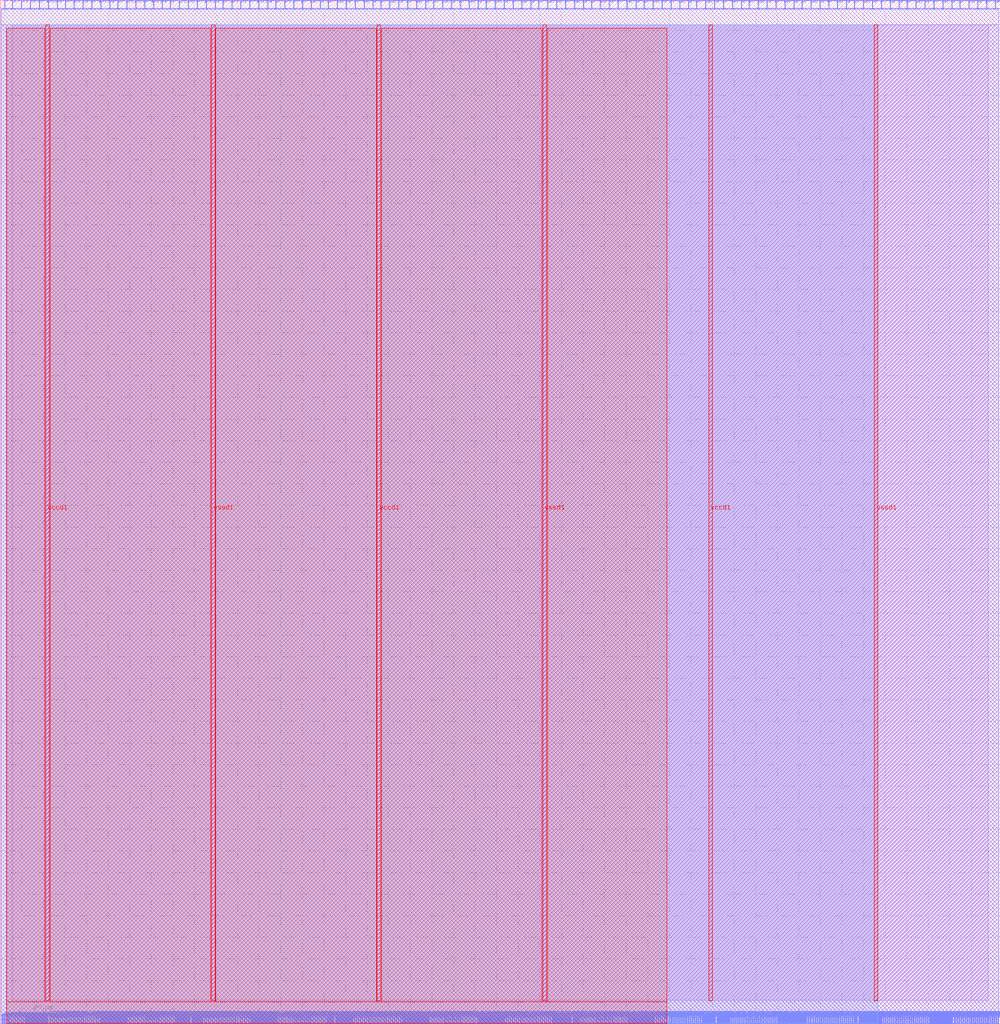
<source format=lef>
VERSION 5.7 ;
  NOWIREEXTENSIONATPIN ON ;
  DIVIDERCHAR "/" ;
  BUSBITCHARS "[]" ;
MACRO user_adder
  CLASS BLOCK ;
  FOREIGN user_adder ;
  ORIGIN 0.000 0.000 ;
  SIZE 463.280 BY 474.000 ;
  PIN io_in[0]
    DIRECTION INPUT ;
    USE SIGNAL ;
    PORT
      LAYER met2 ;
        RECT 1.930 470.000 2.210 474.000 ;
    END
  END io_in[0]
  PIN io_in[10]
    DIRECTION INPUT ;
    USE SIGNAL ;
    PORT
      LAYER met2 ;
        RECT 123.830 470.000 124.110 474.000 ;
    END
  END io_in[10]
  PIN io_in[11]
    DIRECTION INPUT ;
    USE SIGNAL ;
    PORT
      LAYER met2 ;
        RECT 135.790 470.000 136.070 474.000 ;
    END
  END io_in[11]
  PIN io_in[12]
    DIRECTION INPUT ;
    USE SIGNAL ;
    PORT
      LAYER met2 ;
        RECT 148.210 470.000 148.490 474.000 ;
    END
  END io_in[12]
  PIN io_in[13]
    DIRECTION INPUT ;
    USE SIGNAL ;
    PORT
      LAYER met2 ;
        RECT 160.170 470.000 160.450 474.000 ;
    END
  END io_in[13]
  PIN io_in[14]
    DIRECTION INPUT ;
    USE SIGNAL ;
    PORT
      LAYER met2 ;
        RECT 172.590 470.000 172.870 474.000 ;
    END
  END io_in[14]
  PIN io_in[15]
    DIRECTION INPUT ;
    USE SIGNAL ;
    PORT
      LAYER met2 ;
        RECT 184.550 470.000 184.830 474.000 ;
    END
  END io_in[15]
  PIN io_in[16]
    DIRECTION INPUT ;
    USE SIGNAL ;
    PORT
      LAYER met2 ;
        RECT 196.970 470.000 197.250 474.000 ;
    END
  END io_in[16]
  PIN io_in[17]
    DIRECTION INPUT ;
    USE SIGNAL ;
    PORT
      LAYER met2 ;
        RECT 208.930 470.000 209.210 474.000 ;
    END
  END io_in[17]
  PIN io_in[18]
    DIRECTION INPUT ;
    USE SIGNAL ;
    PORT
      LAYER met2 ;
        RECT 221.350 470.000 221.630 474.000 ;
    END
  END io_in[18]
  PIN io_in[19]
    DIRECTION INPUT ;
    USE SIGNAL ;
    PORT
      LAYER met2 ;
        RECT 233.310 470.000 233.590 474.000 ;
    END
  END io_in[19]
  PIN io_in[1]
    DIRECTION INPUT ;
    USE SIGNAL ;
    PORT
      LAYER met2 ;
        RECT 13.890 470.000 14.170 474.000 ;
    END
  END io_in[1]
  PIN io_in[20]
    DIRECTION INPUT ;
    USE SIGNAL ;
    PORT
      LAYER met2 ;
        RECT 245.730 470.000 246.010 474.000 ;
    END
  END io_in[20]
  PIN io_in[21]
    DIRECTION INPUT ;
    USE SIGNAL ;
    PORT
      LAYER met2 ;
        RECT 257.690 470.000 257.970 474.000 ;
    END
  END io_in[21]
  PIN io_in[22]
    DIRECTION INPUT ;
    USE SIGNAL ;
    PORT
      LAYER met2 ;
        RECT 270.110 470.000 270.390 474.000 ;
    END
  END io_in[22]
  PIN io_in[23]
    DIRECTION INPUT ;
    USE SIGNAL ;
    PORT
      LAYER met2 ;
        RECT 282.070 470.000 282.350 474.000 ;
    END
  END io_in[23]
  PIN io_in[24]
    DIRECTION INPUT ;
    USE SIGNAL ;
    PORT
      LAYER met2 ;
        RECT 294.490 470.000 294.770 474.000 ;
    END
  END io_in[24]
  PIN io_in[25]
    DIRECTION INPUT ;
    USE SIGNAL ;
    PORT
      LAYER met2 ;
        RECT 306.450 470.000 306.730 474.000 ;
    END
  END io_in[25]
  PIN io_in[26]
    DIRECTION INPUT ;
    USE SIGNAL ;
    PORT
      LAYER met2 ;
        RECT 318.870 470.000 319.150 474.000 ;
    END
  END io_in[26]
  PIN io_in[27]
    DIRECTION INPUT ;
    USE SIGNAL ;
    PORT
      LAYER met2 ;
        RECT 330.830 470.000 331.110 474.000 ;
    END
  END io_in[27]
  PIN io_in[28]
    DIRECTION INPUT ;
    USE SIGNAL ;
    PORT
      LAYER met2 ;
        RECT 343.250 470.000 343.530 474.000 ;
    END
  END io_in[28]
  PIN io_in[29]
    DIRECTION INPUT ;
    USE SIGNAL ;
    PORT
      LAYER met2 ;
        RECT 355.210 470.000 355.490 474.000 ;
    END
  END io_in[29]
  PIN io_in[2]
    DIRECTION INPUT ;
    USE SIGNAL ;
    PORT
      LAYER met2 ;
        RECT 26.310 470.000 26.590 474.000 ;
    END
  END io_in[2]
  PIN io_in[30]
    DIRECTION INPUT ;
    USE SIGNAL ;
    PORT
      LAYER met2 ;
        RECT 367.630 470.000 367.910 474.000 ;
    END
  END io_in[30]
  PIN io_in[31]
    DIRECTION INPUT ;
    USE SIGNAL ;
    PORT
      LAYER met2 ;
        RECT 379.590 470.000 379.870 474.000 ;
    END
  END io_in[31]
  PIN io_in[32]
    DIRECTION INPUT ;
    USE SIGNAL ;
    PORT
      LAYER met2 ;
        RECT 392.010 470.000 392.290 474.000 ;
    END
  END io_in[32]
  PIN io_in[33]
    DIRECTION INPUT ;
    USE SIGNAL ;
    PORT
      LAYER met2 ;
        RECT 403.970 470.000 404.250 474.000 ;
    END
  END io_in[33]
  PIN io_in[34]
    DIRECTION INPUT ;
    USE SIGNAL ;
    PORT
      LAYER met2 ;
        RECT 416.390 470.000 416.670 474.000 ;
    END
  END io_in[34]
  PIN io_in[35]
    DIRECTION INPUT ;
    USE SIGNAL ;
    PORT
      LAYER met2 ;
        RECT 428.350 470.000 428.630 474.000 ;
    END
  END io_in[35]
  PIN io_in[36]
    DIRECTION INPUT ;
    USE SIGNAL ;
    PORT
      LAYER met2 ;
        RECT 440.770 470.000 441.050 474.000 ;
    END
  END io_in[36]
  PIN io_in[37]
    DIRECTION INPUT ;
    USE SIGNAL ;
    PORT
      LAYER met2 ;
        RECT 452.730 470.000 453.010 474.000 ;
    END
  END io_in[37]
  PIN io_in[3]
    DIRECTION INPUT ;
    USE SIGNAL ;
    PORT
      LAYER met2 ;
        RECT 38.270 470.000 38.550 474.000 ;
    END
  END io_in[3]
  PIN io_in[4]
    DIRECTION INPUT ;
    USE SIGNAL ;
    PORT
      LAYER met2 ;
        RECT 50.690 470.000 50.970 474.000 ;
    END
  END io_in[4]
  PIN io_in[5]
    DIRECTION INPUT ;
    USE SIGNAL ;
    PORT
      LAYER met2 ;
        RECT 62.650 470.000 62.930 474.000 ;
    END
  END io_in[5]
  PIN io_in[6]
    DIRECTION INPUT ;
    USE SIGNAL ;
    PORT
      LAYER met2 ;
        RECT 75.070 470.000 75.350 474.000 ;
    END
  END io_in[6]
  PIN io_in[7]
    DIRECTION INPUT ;
    USE SIGNAL ;
    PORT
      LAYER met2 ;
        RECT 87.030 470.000 87.310 474.000 ;
    END
  END io_in[7]
  PIN io_in[8]
    DIRECTION INPUT ;
    USE SIGNAL ;
    PORT
      LAYER met2 ;
        RECT 99.450 470.000 99.730 474.000 ;
    END
  END io_in[8]
  PIN io_in[9]
    DIRECTION INPUT ;
    USE SIGNAL ;
    PORT
      LAYER met2 ;
        RECT 111.410 470.000 111.690 474.000 ;
    END
  END io_in[9]
  PIN io_oeb[0]
    DIRECTION OUTPUT TRISTATE ;
    USE SIGNAL ;
    PORT
      LAYER met2 ;
        RECT 5.610 470.000 5.890 474.000 ;
    END
  END io_oeb[0]
  PIN io_oeb[10]
    DIRECTION OUTPUT TRISTATE ;
    USE SIGNAL ;
    PORT
      LAYER met2 ;
        RECT 127.510 470.000 127.790 474.000 ;
    END
  END io_oeb[10]
  PIN io_oeb[11]
    DIRECTION OUTPUT TRISTATE ;
    USE SIGNAL ;
    PORT
      LAYER met2 ;
        RECT 139.930 470.000 140.210 474.000 ;
    END
  END io_oeb[11]
  PIN io_oeb[12]
    DIRECTION OUTPUT TRISTATE ;
    USE SIGNAL ;
    PORT
      LAYER met2 ;
        RECT 151.890 470.000 152.170 474.000 ;
    END
  END io_oeb[12]
  PIN io_oeb[13]
    DIRECTION OUTPUT TRISTATE ;
    USE SIGNAL ;
    PORT
      LAYER met2 ;
        RECT 164.310 470.000 164.590 474.000 ;
    END
  END io_oeb[13]
  PIN io_oeb[14]
    DIRECTION OUTPUT TRISTATE ;
    USE SIGNAL ;
    PORT
      LAYER met2 ;
        RECT 176.270 470.000 176.550 474.000 ;
    END
  END io_oeb[14]
  PIN io_oeb[15]
    DIRECTION OUTPUT TRISTATE ;
    USE SIGNAL ;
    PORT
      LAYER met2 ;
        RECT 188.690 470.000 188.970 474.000 ;
    END
  END io_oeb[15]
  PIN io_oeb[16]
    DIRECTION OUTPUT TRISTATE ;
    USE SIGNAL ;
    PORT
      LAYER met2 ;
        RECT 200.650 470.000 200.930 474.000 ;
    END
  END io_oeb[16]
  PIN io_oeb[17]
    DIRECTION OUTPUT TRISTATE ;
    USE SIGNAL ;
    PORT
      LAYER met2 ;
        RECT 213.070 470.000 213.350 474.000 ;
    END
  END io_oeb[17]
  PIN io_oeb[18]
    DIRECTION OUTPUT TRISTATE ;
    USE SIGNAL ;
    PORT
      LAYER met2 ;
        RECT 225.030 470.000 225.310 474.000 ;
    END
  END io_oeb[18]
  PIN io_oeb[19]
    DIRECTION OUTPUT TRISTATE ;
    USE SIGNAL ;
    PORT
      LAYER met2 ;
        RECT 237.450 470.000 237.730 474.000 ;
    END
  END io_oeb[19]
  PIN io_oeb[1]
    DIRECTION OUTPUT TRISTATE ;
    USE SIGNAL ;
    PORT
      LAYER met2 ;
        RECT 18.030 470.000 18.310 474.000 ;
    END
  END io_oeb[1]
  PIN io_oeb[20]
    DIRECTION OUTPUT TRISTATE ;
    USE SIGNAL ;
    PORT
      LAYER met2 ;
        RECT 249.410 470.000 249.690 474.000 ;
    END
  END io_oeb[20]
  PIN io_oeb[21]
    DIRECTION OUTPUT TRISTATE ;
    USE SIGNAL ;
    PORT
      LAYER met2 ;
        RECT 261.830 470.000 262.110 474.000 ;
    END
  END io_oeb[21]
  PIN io_oeb[22]
    DIRECTION OUTPUT TRISTATE ;
    USE SIGNAL ;
    PORT
      LAYER met2 ;
        RECT 273.790 470.000 274.070 474.000 ;
    END
  END io_oeb[22]
  PIN io_oeb[23]
    DIRECTION OUTPUT TRISTATE ;
    USE SIGNAL ;
    PORT
      LAYER met2 ;
        RECT 286.210 470.000 286.490 474.000 ;
    END
  END io_oeb[23]
  PIN io_oeb[24]
    DIRECTION OUTPUT TRISTATE ;
    USE SIGNAL ;
    PORT
      LAYER met2 ;
        RECT 298.170 470.000 298.450 474.000 ;
    END
  END io_oeb[24]
  PIN io_oeb[25]
    DIRECTION OUTPUT TRISTATE ;
    USE SIGNAL ;
    PORT
      LAYER met2 ;
        RECT 310.590 470.000 310.870 474.000 ;
    END
  END io_oeb[25]
  PIN io_oeb[26]
    DIRECTION OUTPUT TRISTATE ;
    USE SIGNAL ;
    PORT
      LAYER met2 ;
        RECT 322.550 470.000 322.830 474.000 ;
    END
  END io_oeb[26]
  PIN io_oeb[27]
    DIRECTION OUTPUT TRISTATE ;
    USE SIGNAL ;
    PORT
      LAYER met2 ;
        RECT 334.970 470.000 335.250 474.000 ;
    END
  END io_oeb[27]
  PIN io_oeb[28]
    DIRECTION OUTPUT TRISTATE ;
    USE SIGNAL ;
    PORT
      LAYER met2 ;
        RECT 346.930 470.000 347.210 474.000 ;
    END
  END io_oeb[28]
  PIN io_oeb[29]
    DIRECTION OUTPUT TRISTATE ;
    USE SIGNAL ;
    PORT
      LAYER met2 ;
        RECT 359.350 470.000 359.630 474.000 ;
    END
  END io_oeb[29]
  PIN io_oeb[2]
    DIRECTION OUTPUT TRISTATE ;
    USE SIGNAL ;
    PORT
      LAYER met2 ;
        RECT 29.990 470.000 30.270 474.000 ;
    END
  END io_oeb[2]
  PIN io_oeb[30]
    DIRECTION OUTPUT TRISTATE ;
    USE SIGNAL ;
    PORT
      LAYER met2 ;
        RECT 371.310 470.000 371.590 474.000 ;
    END
  END io_oeb[30]
  PIN io_oeb[31]
    DIRECTION OUTPUT TRISTATE ;
    USE SIGNAL ;
    PORT
      LAYER met2 ;
        RECT 383.730 470.000 384.010 474.000 ;
    END
  END io_oeb[31]
  PIN io_oeb[32]
    DIRECTION OUTPUT TRISTATE ;
    USE SIGNAL ;
    PORT
      LAYER met2 ;
        RECT 395.690 470.000 395.970 474.000 ;
    END
  END io_oeb[32]
  PIN io_oeb[33]
    DIRECTION OUTPUT TRISTATE ;
    USE SIGNAL ;
    PORT
      LAYER met2 ;
        RECT 408.110 470.000 408.390 474.000 ;
    END
  END io_oeb[33]
  PIN io_oeb[34]
    DIRECTION OUTPUT TRISTATE ;
    USE SIGNAL ;
    PORT
      LAYER met2 ;
        RECT 420.070 470.000 420.350 474.000 ;
    END
  END io_oeb[34]
  PIN io_oeb[35]
    DIRECTION OUTPUT TRISTATE ;
    USE SIGNAL ;
    PORT
      LAYER met2 ;
        RECT 432.490 470.000 432.770 474.000 ;
    END
  END io_oeb[35]
  PIN io_oeb[36]
    DIRECTION OUTPUT TRISTATE ;
    USE SIGNAL ;
    PORT
      LAYER met2 ;
        RECT 444.450 470.000 444.730 474.000 ;
    END
  END io_oeb[36]
  PIN io_oeb[37]
    DIRECTION OUTPUT TRISTATE ;
    USE SIGNAL ;
    PORT
      LAYER met2 ;
        RECT 456.870 470.000 457.150 474.000 ;
    END
  END io_oeb[37]
  PIN io_oeb[3]
    DIRECTION OUTPUT TRISTATE ;
    USE SIGNAL ;
    PORT
      LAYER met2 ;
        RECT 42.410 470.000 42.690 474.000 ;
    END
  END io_oeb[3]
  PIN io_oeb[4]
    DIRECTION OUTPUT TRISTATE ;
    USE SIGNAL ;
    PORT
      LAYER met2 ;
        RECT 54.370 470.000 54.650 474.000 ;
    END
  END io_oeb[4]
  PIN io_oeb[5]
    DIRECTION OUTPUT TRISTATE ;
    USE SIGNAL ;
    PORT
      LAYER met2 ;
        RECT 66.790 470.000 67.070 474.000 ;
    END
  END io_oeb[5]
  PIN io_oeb[6]
    DIRECTION OUTPUT TRISTATE ;
    USE SIGNAL ;
    PORT
      LAYER met2 ;
        RECT 78.750 470.000 79.030 474.000 ;
    END
  END io_oeb[6]
  PIN io_oeb[7]
    DIRECTION OUTPUT TRISTATE ;
    USE SIGNAL ;
    PORT
      LAYER met2 ;
        RECT 91.170 470.000 91.450 474.000 ;
    END
  END io_oeb[7]
  PIN io_oeb[8]
    DIRECTION OUTPUT TRISTATE ;
    USE SIGNAL ;
    PORT
      LAYER met2 ;
        RECT 103.130 470.000 103.410 474.000 ;
    END
  END io_oeb[8]
  PIN io_oeb[9]
    DIRECTION OUTPUT TRISTATE ;
    USE SIGNAL ;
    PORT
      LAYER met2 ;
        RECT 115.550 470.000 115.830 474.000 ;
    END
  END io_oeb[9]
  PIN io_out[0]
    DIRECTION OUTPUT TRISTATE ;
    USE SIGNAL ;
    PORT
      LAYER met2 ;
        RECT 9.750 470.000 10.030 474.000 ;
    END
  END io_out[0]
  PIN io_out[10]
    DIRECTION OUTPUT TRISTATE ;
    USE SIGNAL ;
    PORT
      LAYER met2 ;
        RECT 131.650 470.000 131.930 474.000 ;
    END
  END io_out[10]
  PIN io_out[11]
    DIRECTION OUTPUT TRISTATE ;
    USE SIGNAL ;
    PORT
      LAYER met2 ;
        RECT 144.070 470.000 144.350 474.000 ;
    END
  END io_out[11]
  PIN io_out[12]
    DIRECTION OUTPUT TRISTATE ;
    USE SIGNAL ;
    PORT
      LAYER met2 ;
        RECT 156.030 470.000 156.310 474.000 ;
    END
  END io_out[12]
  PIN io_out[13]
    DIRECTION OUTPUT TRISTATE ;
    USE SIGNAL ;
    PORT
      LAYER met2 ;
        RECT 168.450 470.000 168.730 474.000 ;
    END
  END io_out[13]
  PIN io_out[14]
    DIRECTION OUTPUT TRISTATE ;
    USE SIGNAL ;
    PORT
      LAYER met2 ;
        RECT 180.410 470.000 180.690 474.000 ;
    END
  END io_out[14]
  PIN io_out[15]
    DIRECTION OUTPUT TRISTATE ;
    USE SIGNAL ;
    PORT
      LAYER met2 ;
        RECT 192.830 470.000 193.110 474.000 ;
    END
  END io_out[15]
  PIN io_out[16]
    DIRECTION OUTPUT TRISTATE ;
    USE SIGNAL ;
    PORT
      LAYER met2 ;
        RECT 204.790 470.000 205.070 474.000 ;
    END
  END io_out[16]
  PIN io_out[17]
    DIRECTION OUTPUT TRISTATE ;
    USE SIGNAL ;
    PORT
      LAYER met2 ;
        RECT 217.210 470.000 217.490 474.000 ;
    END
  END io_out[17]
  PIN io_out[18]
    DIRECTION OUTPUT TRISTATE ;
    USE SIGNAL ;
    PORT
      LAYER met2 ;
        RECT 229.170 470.000 229.450 474.000 ;
    END
  END io_out[18]
  PIN io_out[19]
    DIRECTION OUTPUT TRISTATE ;
    USE SIGNAL ;
    PORT
      LAYER met2 ;
        RECT 241.590 470.000 241.870 474.000 ;
    END
  END io_out[19]
  PIN io_out[1]
    DIRECTION OUTPUT TRISTATE ;
    USE SIGNAL ;
    PORT
      LAYER met2 ;
        RECT 22.170 470.000 22.450 474.000 ;
    END
  END io_out[1]
  PIN io_out[20]
    DIRECTION OUTPUT TRISTATE ;
    USE SIGNAL ;
    PORT
      LAYER met2 ;
        RECT 253.550 470.000 253.830 474.000 ;
    END
  END io_out[20]
  PIN io_out[21]
    DIRECTION OUTPUT TRISTATE ;
    USE SIGNAL ;
    PORT
      LAYER met2 ;
        RECT 265.970 470.000 266.250 474.000 ;
    END
  END io_out[21]
  PIN io_out[22]
    DIRECTION OUTPUT TRISTATE ;
    USE SIGNAL ;
    PORT
      LAYER met2 ;
        RECT 277.930 470.000 278.210 474.000 ;
    END
  END io_out[22]
  PIN io_out[23]
    DIRECTION OUTPUT TRISTATE ;
    USE SIGNAL ;
    PORT
      LAYER met2 ;
        RECT 290.350 470.000 290.630 474.000 ;
    END
  END io_out[23]
  PIN io_out[24]
    DIRECTION OUTPUT TRISTATE ;
    USE SIGNAL ;
    PORT
      LAYER met2 ;
        RECT 302.310 470.000 302.590 474.000 ;
    END
  END io_out[24]
  PIN io_out[25]
    DIRECTION OUTPUT TRISTATE ;
    USE SIGNAL ;
    PORT
      LAYER met2 ;
        RECT 314.730 470.000 315.010 474.000 ;
    END
  END io_out[25]
  PIN io_out[26]
    DIRECTION OUTPUT TRISTATE ;
    USE SIGNAL ;
    PORT
      LAYER met2 ;
        RECT 326.690 470.000 326.970 474.000 ;
    END
  END io_out[26]
  PIN io_out[27]
    DIRECTION OUTPUT TRISTATE ;
    USE SIGNAL ;
    PORT
      LAYER met2 ;
        RECT 339.110 470.000 339.390 474.000 ;
    END
  END io_out[27]
  PIN io_out[28]
    DIRECTION OUTPUT TRISTATE ;
    USE SIGNAL ;
    PORT
      LAYER met2 ;
        RECT 351.070 470.000 351.350 474.000 ;
    END
  END io_out[28]
  PIN io_out[29]
    DIRECTION OUTPUT TRISTATE ;
    USE SIGNAL ;
    PORT
      LAYER met2 ;
        RECT 363.490 470.000 363.770 474.000 ;
    END
  END io_out[29]
  PIN io_out[2]
    DIRECTION OUTPUT TRISTATE ;
    USE SIGNAL ;
    PORT
      LAYER met2 ;
        RECT 34.130 470.000 34.410 474.000 ;
    END
  END io_out[2]
  PIN io_out[30]
    DIRECTION OUTPUT TRISTATE ;
    USE SIGNAL ;
    PORT
      LAYER met2 ;
        RECT 375.450 470.000 375.730 474.000 ;
    END
  END io_out[30]
  PIN io_out[31]
    DIRECTION OUTPUT TRISTATE ;
    USE SIGNAL ;
    PORT
      LAYER met2 ;
        RECT 387.870 470.000 388.150 474.000 ;
    END
  END io_out[31]
  PIN io_out[32]
    DIRECTION OUTPUT TRISTATE ;
    USE SIGNAL ;
    PORT
      LAYER met2 ;
        RECT 399.830 470.000 400.110 474.000 ;
    END
  END io_out[32]
  PIN io_out[33]
    DIRECTION OUTPUT TRISTATE ;
    USE SIGNAL ;
    PORT
      LAYER met2 ;
        RECT 412.250 470.000 412.530 474.000 ;
    END
  END io_out[33]
  PIN io_out[34]
    DIRECTION OUTPUT TRISTATE ;
    USE SIGNAL ;
    PORT
      LAYER met2 ;
        RECT 424.210 470.000 424.490 474.000 ;
    END
  END io_out[34]
  PIN io_out[35]
    DIRECTION OUTPUT TRISTATE ;
    USE SIGNAL ;
    PORT
      LAYER met2 ;
        RECT 436.630 470.000 436.910 474.000 ;
    END
  END io_out[35]
  PIN io_out[36]
    DIRECTION OUTPUT TRISTATE ;
    USE SIGNAL ;
    PORT
      LAYER met2 ;
        RECT 448.590 470.000 448.870 474.000 ;
    END
  END io_out[36]
  PIN io_out[37]
    DIRECTION OUTPUT TRISTATE ;
    USE SIGNAL ;
    PORT
      LAYER met2 ;
        RECT 461.010 470.000 461.290 474.000 ;
    END
  END io_out[37]
  PIN io_out[3]
    DIRECTION OUTPUT TRISTATE ;
    USE SIGNAL ;
    PORT
      LAYER met2 ;
        RECT 46.550 470.000 46.830 474.000 ;
    END
  END io_out[3]
  PIN io_out[4]
    DIRECTION OUTPUT TRISTATE ;
    USE SIGNAL ;
    PORT
      LAYER met2 ;
        RECT 58.510 470.000 58.790 474.000 ;
    END
  END io_out[4]
  PIN io_out[5]
    DIRECTION OUTPUT TRISTATE ;
    USE SIGNAL ;
    PORT
      LAYER met2 ;
        RECT 70.930 470.000 71.210 474.000 ;
    END
  END io_out[5]
  PIN io_out[6]
    DIRECTION OUTPUT TRISTATE ;
    USE SIGNAL ;
    PORT
      LAYER met2 ;
        RECT 82.890 470.000 83.170 474.000 ;
    END
  END io_out[6]
  PIN io_out[7]
    DIRECTION OUTPUT TRISTATE ;
    USE SIGNAL ;
    PORT
      LAYER met2 ;
        RECT 95.310 470.000 95.590 474.000 ;
    END
  END io_out[7]
  PIN io_out[8]
    DIRECTION OUTPUT TRISTATE ;
    USE SIGNAL ;
    PORT
      LAYER met2 ;
        RECT 107.270 470.000 107.550 474.000 ;
    END
  END io_out[8]
  PIN io_out[9]
    DIRECTION OUTPUT TRISTATE ;
    USE SIGNAL ;
    PORT
      LAYER met2 ;
        RECT 119.690 470.000 119.970 474.000 ;
    END
  END io_out[9]
  PIN irq[0]
    DIRECTION OUTPUT TRISTATE ;
    USE SIGNAL ;
    PORT
      LAYER met2 ;
        RECT 460.550 0.000 460.830 4.000 ;
    END
  END irq[0]
  PIN irq[1]
    DIRECTION OUTPUT TRISTATE ;
    USE SIGNAL ;
    PORT
      LAYER met2 ;
        RECT 461.470 0.000 461.750 4.000 ;
    END
  END irq[1]
  PIN irq[2]
    DIRECTION OUTPUT TRISTATE ;
    USE SIGNAL ;
    PORT
      LAYER met2 ;
        RECT 462.390 0.000 462.670 4.000 ;
    END
  END irq[2]
  PIN la_data_in[0]
    DIRECTION INPUT ;
    USE SIGNAL ;
    PORT
      LAYER met2 ;
        RECT 99.910 0.000 100.190 4.000 ;
    END
  END la_data_in[0]
  PIN la_data_in[100]
    DIRECTION INPUT ;
    USE SIGNAL ;
    PORT
      LAYER met2 ;
        RECT 381.890 0.000 382.170 4.000 ;
    END
  END la_data_in[100]
  PIN la_data_in[101]
    DIRECTION INPUT ;
    USE SIGNAL ;
    PORT
      LAYER met2 ;
        RECT 384.650 0.000 384.930 4.000 ;
    END
  END la_data_in[101]
  PIN la_data_in[102]
    DIRECTION INPUT ;
    USE SIGNAL ;
    PORT
      LAYER met2 ;
        RECT 387.410 0.000 387.690 4.000 ;
    END
  END la_data_in[102]
  PIN la_data_in[103]
    DIRECTION INPUT ;
    USE SIGNAL ;
    PORT
      LAYER met2 ;
        RECT 390.170 0.000 390.450 4.000 ;
    END
  END la_data_in[103]
  PIN la_data_in[104]
    DIRECTION INPUT ;
    USE SIGNAL ;
    PORT
      LAYER met2 ;
        RECT 392.930 0.000 393.210 4.000 ;
    END
  END la_data_in[104]
  PIN la_data_in[105]
    DIRECTION INPUT ;
    USE SIGNAL ;
    PORT
      LAYER met2 ;
        RECT 395.690 0.000 395.970 4.000 ;
    END
  END la_data_in[105]
  PIN la_data_in[106]
    DIRECTION INPUT ;
    USE SIGNAL ;
    PORT
      LAYER met2 ;
        RECT 398.910 0.000 399.190 4.000 ;
    END
  END la_data_in[106]
  PIN la_data_in[107]
    DIRECTION INPUT ;
    USE SIGNAL ;
    PORT
      LAYER met2 ;
        RECT 401.670 0.000 401.950 4.000 ;
    END
  END la_data_in[107]
  PIN la_data_in[108]
    DIRECTION INPUT ;
    USE SIGNAL ;
    PORT
      LAYER met2 ;
        RECT 404.430 0.000 404.710 4.000 ;
    END
  END la_data_in[108]
  PIN la_data_in[109]
    DIRECTION INPUT ;
    USE SIGNAL ;
    PORT
      LAYER met2 ;
        RECT 407.190 0.000 407.470 4.000 ;
    END
  END la_data_in[109]
  PIN la_data_in[10]
    DIRECTION INPUT ;
    USE SIGNAL ;
    PORT
      LAYER met2 ;
        RECT 127.970 0.000 128.250 4.000 ;
    END
  END la_data_in[10]
  PIN la_data_in[110]
    DIRECTION INPUT ;
    USE SIGNAL ;
    PORT
      LAYER met2 ;
        RECT 409.950 0.000 410.230 4.000 ;
    END
  END la_data_in[110]
  PIN la_data_in[111]
    DIRECTION INPUT ;
    USE SIGNAL ;
    PORT
      LAYER met2 ;
        RECT 412.710 0.000 412.990 4.000 ;
    END
  END la_data_in[111]
  PIN la_data_in[112]
    DIRECTION INPUT ;
    USE SIGNAL ;
    PORT
      LAYER met2 ;
        RECT 415.470 0.000 415.750 4.000 ;
    END
  END la_data_in[112]
  PIN la_data_in[113]
    DIRECTION INPUT ;
    USE SIGNAL ;
    PORT
      LAYER met2 ;
        RECT 418.230 0.000 418.510 4.000 ;
    END
  END la_data_in[113]
  PIN la_data_in[114]
    DIRECTION INPUT ;
    USE SIGNAL ;
    PORT
      LAYER met2 ;
        RECT 421.450 0.000 421.730 4.000 ;
    END
  END la_data_in[114]
  PIN la_data_in[115]
    DIRECTION INPUT ;
    USE SIGNAL ;
    PORT
      LAYER met2 ;
        RECT 424.210 0.000 424.490 4.000 ;
    END
  END la_data_in[115]
  PIN la_data_in[116]
    DIRECTION INPUT ;
    USE SIGNAL ;
    PORT
      LAYER met2 ;
        RECT 426.970 0.000 427.250 4.000 ;
    END
  END la_data_in[116]
  PIN la_data_in[117]
    DIRECTION INPUT ;
    USE SIGNAL ;
    PORT
      LAYER met2 ;
        RECT 429.730 0.000 430.010 4.000 ;
    END
  END la_data_in[117]
  PIN la_data_in[118]
    DIRECTION INPUT ;
    USE SIGNAL ;
    PORT
      LAYER met2 ;
        RECT 432.490 0.000 432.770 4.000 ;
    END
  END la_data_in[118]
  PIN la_data_in[119]
    DIRECTION INPUT ;
    USE SIGNAL ;
    PORT
      LAYER met2 ;
        RECT 435.250 0.000 435.530 4.000 ;
    END
  END la_data_in[119]
  PIN la_data_in[11]
    DIRECTION INPUT ;
    USE SIGNAL ;
    PORT
      LAYER met2 ;
        RECT 130.730 0.000 131.010 4.000 ;
    END
  END la_data_in[11]
  PIN la_data_in[120]
    DIRECTION INPUT ;
    USE SIGNAL ;
    PORT
      LAYER met2 ;
        RECT 438.010 0.000 438.290 4.000 ;
    END
  END la_data_in[120]
  PIN la_data_in[121]
    DIRECTION INPUT ;
    USE SIGNAL ;
    PORT
      LAYER met2 ;
        RECT 440.770 0.000 441.050 4.000 ;
    END
  END la_data_in[121]
  PIN la_data_in[122]
    DIRECTION INPUT ;
    USE SIGNAL ;
    PORT
      LAYER met2 ;
        RECT 443.990 0.000 444.270 4.000 ;
    END
  END la_data_in[122]
  PIN la_data_in[123]
    DIRECTION INPUT ;
    USE SIGNAL ;
    PORT
      LAYER met2 ;
        RECT 446.750 0.000 447.030 4.000 ;
    END
  END la_data_in[123]
  PIN la_data_in[124]
    DIRECTION INPUT ;
    USE SIGNAL ;
    PORT
      LAYER met2 ;
        RECT 449.510 0.000 449.790 4.000 ;
    END
  END la_data_in[124]
  PIN la_data_in[125]
    DIRECTION INPUT ;
    USE SIGNAL ;
    PORT
      LAYER met2 ;
        RECT 452.270 0.000 452.550 4.000 ;
    END
  END la_data_in[125]
  PIN la_data_in[126]
    DIRECTION INPUT ;
    USE SIGNAL ;
    PORT
      LAYER met2 ;
        RECT 455.030 0.000 455.310 4.000 ;
    END
  END la_data_in[126]
  PIN la_data_in[127]
    DIRECTION INPUT ;
    USE SIGNAL ;
    PORT
      LAYER met2 ;
        RECT 457.790 0.000 458.070 4.000 ;
    END
  END la_data_in[127]
  PIN la_data_in[12]
    DIRECTION INPUT ;
    USE SIGNAL ;
    PORT
      LAYER met2 ;
        RECT 133.950 0.000 134.230 4.000 ;
    END
  END la_data_in[12]
  PIN la_data_in[13]
    DIRECTION INPUT ;
    USE SIGNAL ;
    PORT
      LAYER met2 ;
        RECT 136.710 0.000 136.990 4.000 ;
    END
  END la_data_in[13]
  PIN la_data_in[14]
    DIRECTION INPUT ;
    USE SIGNAL ;
    PORT
      LAYER met2 ;
        RECT 139.470 0.000 139.750 4.000 ;
    END
  END la_data_in[14]
  PIN la_data_in[15]
    DIRECTION INPUT ;
    USE SIGNAL ;
    PORT
      LAYER met2 ;
        RECT 142.230 0.000 142.510 4.000 ;
    END
  END la_data_in[15]
  PIN la_data_in[16]
    DIRECTION INPUT ;
    USE SIGNAL ;
    PORT
      LAYER met2 ;
        RECT 144.990 0.000 145.270 4.000 ;
    END
  END la_data_in[16]
  PIN la_data_in[17]
    DIRECTION INPUT ;
    USE SIGNAL ;
    PORT
      LAYER met2 ;
        RECT 147.750 0.000 148.030 4.000 ;
    END
  END la_data_in[17]
  PIN la_data_in[18]
    DIRECTION INPUT ;
    USE SIGNAL ;
    PORT
      LAYER met2 ;
        RECT 150.510 0.000 150.790 4.000 ;
    END
  END la_data_in[18]
  PIN la_data_in[19]
    DIRECTION INPUT ;
    USE SIGNAL ;
    PORT
      LAYER met2 ;
        RECT 153.270 0.000 153.550 4.000 ;
    END
  END la_data_in[19]
  PIN la_data_in[1]
    DIRECTION INPUT ;
    USE SIGNAL ;
    PORT
      LAYER met2 ;
        RECT 102.670 0.000 102.950 4.000 ;
    END
  END la_data_in[1]
  PIN la_data_in[20]
    DIRECTION INPUT ;
    USE SIGNAL ;
    PORT
      LAYER met2 ;
        RECT 156.490 0.000 156.770 4.000 ;
    END
  END la_data_in[20]
  PIN la_data_in[21]
    DIRECTION INPUT ;
    USE SIGNAL ;
    PORT
      LAYER met2 ;
        RECT 159.250 0.000 159.530 4.000 ;
    END
  END la_data_in[21]
  PIN la_data_in[22]
    DIRECTION INPUT ;
    USE SIGNAL ;
    PORT
      LAYER met2 ;
        RECT 162.010 0.000 162.290 4.000 ;
    END
  END la_data_in[22]
  PIN la_data_in[23]
    DIRECTION INPUT ;
    USE SIGNAL ;
    PORT
      LAYER met2 ;
        RECT 164.770 0.000 165.050 4.000 ;
    END
  END la_data_in[23]
  PIN la_data_in[24]
    DIRECTION INPUT ;
    USE SIGNAL ;
    PORT
      LAYER met2 ;
        RECT 167.530 0.000 167.810 4.000 ;
    END
  END la_data_in[24]
  PIN la_data_in[25]
    DIRECTION INPUT ;
    USE SIGNAL ;
    PORT
      LAYER met2 ;
        RECT 170.290 0.000 170.570 4.000 ;
    END
  END la_data_in[25]
  PIN la_data_in[26]
    DIRECTION INPUT ;
    USE SIGNAL ;
    PORT
      LAYER met2 ;
        RECT 173.050 0.000 173.330 4.000 ;
    END
  END la_data_in[26]
  PIN la_data_in[27]
    DIRECTION INPUT ;
    USE SIGNAL ;
    PORT
      LAYER met2 ;
        RECT 175.810 0.000 176.090 4.000 ;
    END
  END la_data_in[27]
  PIN la_data_in[28]
    DIRECTION INPUT ;
    USE SIGNAL ;
    PORT
      LAYER met2 ;
        RECT 179.030 0.000 179.310 4.000 ;
    END
  END la_data_in[28]
  PIN la_data_in[29]
    DIRECTION INPUT ;
    USE SIGNAL ;
    PORT
      LAYER met2 ;
        RECT 181.790 0.000 182.070 4.000 ;
    END
  END la_data_in[29]
  PIN la_data_in[2]
    DIRECTION INPUT ;
    USE SIGNAL ;
    PORT
      LAYER met2 ;
        RECT 105.430 0.000 105.710 4.000 ;
    END
  END la_data_in[2]
  PIN la_data_in[30]
    DIRECTION INPUT ;
    USE SIGNAL ;
    PORT
      LAYER met2 ;
        RECT 184.550 0.000 184.830 4.000 ;
    END
  END la_data_in[30]
  PIN la_data_in[31]
    DIRECTION INPUT ;
    USE SIGNAL ;
    PORT
      LAYER met2 ;
        RECT 187.310 0.000 187.590 4.000 ;
    END
  END la_data_in[31]
  PIN la_data_in[32]
    DIRECTION INPUT ;
    USE SIGNAL ;
    PORT
      LAYER met2 ;
        RECT 190.070 0.000 190.350 4.000 ;
    END
  END la_data_in[32]
  PIN la_data_in[33]
    DIRECTION INPUT ;
    USE SIGNAL ;
    PORT
      LAYER met2 ;
        RECT 192.830 0.000 193.110 4.000 ;
    END
  END la_data_in[33]
  PIN la_data_in[34]
    DIRECTION INPUT ;
    USE SIGNAL ;
    PORT
      LAYER met2 ;
        RECT 195.590 0.000 195.870 4.000 ;
    END
  END la_data_in[34]
  PIN la_data_in[35]
    DIRECTION INPUT ;
    USE SIGNAL ;
    PORT
      LAYER met2 ;
        RECT 198.350 0.000 198.630 4.000 ;
    END
  END la_data_in[35]
  PIN la_data_in[36]
    DIRECTION INPUT ;
    USE SIGNAL ;
    PORT
      LAYER met2 ;
        RECT 201.570 0.000 201.850 4.000 ;
    END
  END la_data_in[36]
  PIN la_data_in[37]
    DIRECTION INPUT ;
    USE SIGNAL ;
    PORT
      LAYER met2 ;
        RECT 204.330 0.000 204.610 4.000 ;
    END
  END la_data_in[37]
  PIN la_data_in[38]
    DIRECTION INPUT ;
    USE SIGNAL ;
    PORT
      LAYER met2 ;
        RECT 207.090 0.000 207.370 4.000 ;
    END
  END la_data_in[38]
  PIN la_data_in[39]
    DIRECTION INPUT ;
    USE SIGNAL ;
    PORT
      LAYER met2 ;
        RECT 209.850 0.000 210.130 4.000 ;
    END
  END la_data_in[39]
  PIN la_data_in[3]
    DIRECTION INPUT ;
    USE SIGNAL ;
    PORT
      LAYER met2 ;
        RECT 108.190 0.000 108.470 4.000 ;
    END
  END la_data_in[3]
  PIN la_data_in[40]
    DIRECTION INPUT ;
    USE SIGNAL ;
    PORT
      LAYER met2 ;
        RECT 212.610 0.000 212.890 4.000 ;
    END
  END la_data_in[40]
  PIN la_data_in[41]
    DIRECTION INPUT ;
    USE SIGNAL ;
    PORT
      LAYER met2 ;
        RECT 215.370 0.000 215.650 4.000 ;
    END
  END la_data_in[41]
  PIN la_data_in[42]
    DIRECTION INPUT ;
    USE SIGNAL ;
    PORT
      LAYER met2 ;
        RECT 218.130 0.000 218.410 4.000 ;
    END
  END la_data_in[42]
  PIN la_data_in[43]
    DIRECTION INPUT ;
    USE SIGNAL ;
    PORT
      LAYER met2 ;
        RECT 221.350 0.000 221.630 4.000 ;
    END
  END la_data_in[43]
  PIN la_data_in[44]
    DIRECTION INPUT ;
    USE SIGNAL ;
    PORT
      LAYER met2 ;
        RECT 224.110 0.000 224.390 4.000 ;
    END
  END la_data_in[44]
  PIN la_data_in[45]
    DIRECTION INPUT ;
    USE SIGNAL ;
    PORT
      LAYER met2 ;
        RECT 226.870 0.000 227.150 4.000 ;
    END
  END la_data_in[45]
  PIN la_data_in[46]
    DIRECTION INPUT ;
    USE SIGNAL ;
    PORT
      LAYER met2 ;
        RECT 229.630 0.000 229.910 4.000 ;
    END
  END la_data_in[46]
  PIN la_data_in[47]
    DIRECTION INPUT ;
    USE SIGNAL ;
    PORT
      LAYER met2 ;
        RECT 232.390 0.000 232.670 4.000 ;
    END
  END la_data_in[47]
  PIN la_data_in[48]
    DIRECTION INPUT ;
    USE SIGNAL ;
    PORT
      LAYER met2 ;
        RECT 235.150 0.000 235.430 4.000 ;
    END
  END la_data_in[48]
  PIN la_data_in[49]
    DIRECTION INPUT ;
    USE SIGNAL ;
    PORT
      LAYER met2 ;
        RECT 237.910 0.000 238.190 4.000 ;
    END
  END la_data_in[49]
  PIN la_data_in[4]
    DIRECTION INPUT ;
    USE SIGNAL ;
    PORT
      LAYER met2 ;
        RECT 111.410 0.000 111.690 4.000 ;
    END
  END la_data_in[4]
  PIN la_data_in[50]
    DIRECTION INPUT ;
    USE SIGNAL ;
    PORT
      LAYER met2 ;
        RECT 240.670 0.000 240.950 4.000 ;
    END
  END la_data_in[50]
  PIN la_data_in[51]
    DIRECTION INPUT ;
    USE SIGNAL ;
    PORT
      LAYER met2 ;
        RECT 243.890 0.000 244.170 4.000 ;
    END
  END la_data_in[51]
  PIN la_data_in[52]
    DIRECTION INPUT ;
    USE SIGNAL ;
    PORT
      LAYER met2 ;
        RECT 246.650 0.000 246.930 4.000 ;
    END
  END la_data_in[52]
  PIN la_data_in[53]
    DIRECTION INPUT ;
    USE SIGNAL ;
    PORT
      LAYER met2 ;
        RECT 249.410 0.000 249.690 4.000 ;
    END
  END la_data_in[53]
  PIN la_data_in[54]
    DIRECTION INPUT ;
    USE SIGNAL ;
    PORT
      LAYER met2 ;
        RECT 252.170 0.000 252.450 4.000 ;
    END
  END la_data_in[54]
  PIN la_data_in[55]
    DIRECTION INPUT ;
    USE SIGNAL ;
    PORT
      LAYER met2 ;
        RECT 254.930 0.000 255.210 4.000 ;
    END
  END la_data_in[55]
  PIN la_data_in[56]
    DIRECTION INPUT ;
    USE SIGNAL ;
    PORT
      LAYER met2 ;
        RECT 257.690 0.000 257.970 4.000 ;
    END
  END la_data_in[56]
  PIN la_data_in[57]
    DIRECTION INPUT ;
    USE SIGNAL ;
    PORT
      LAYER met2 ;
        RECT 260.450 0.000 260.730 4.000 ;
    END
  END la_data_in[57]
  PIN la_data_in[58]
    DIRECTION INPUT ;
    USE SIGNAL ;
    PORT
      LAYER met2 ;
        RECT 263.210 0.000 263.490 4.000 ;
    END
  END la_data_in[58]
  PIN la_data_in[59]
    DIRECTION INPUT ;
    USE SIGNAL ;
    PORT
      LAYER met2 ;
        RECT 266.430 0.000 266.710 4.000 ;
    END
  END la_data_in[59]
  PIN la_data_in[5]
    DIRECTION INPUT ;
    USE SIGNAL ;
    PORT
      LAYER met2 ;
        RECT 114.170 0.000 114.450 4.000 ;
    END
  END la_data_in[5]
  PIN la_data_in[60]
    DIRECTION INPUT ;
    USE SIGNAL ;
    PORT
      LAYER met2 ;
        RECT 269.190 0.000 269.470 4.000 ;
    END
  END la_data_in[60]
  PIN la_data_in[61]
    DIRECTION INPUT ;
    USE SIGNAL ;
    PORT
      LAYER met2 ;
        RECT 271.950 0.000 272.230 4.000 ;
    END
  END la_data_in[61]
  PIN la_data_in[62]
    DIRECTION INPUT ;
    USE SIGNAL ;
    PORT
      LAYER met2 ;
        RECT 274.710 0.000 274.990 4.000 ;
    END
  END la_data_in[62]
  PIN la_data_in[63]
    DIRECTION INPUT ;
    USE SIGNAL ;
    PORT
      LAYER met2 ;
        RECT 277.470 0.000 277.750 4.000 ;
    END
  END la_data_in[63]
  PIN la_data_in[64]
    DIRECTION INPUT ;
    USE SIGNAL ;
    PORT
      LAYER met2 ;
        RECT 280.230 0.000 280.510 4.000 ;
    END
  END la_data_in[64]
  PIN la_data_in[65]
    DIRECTION INPUT ;
    USE SIGNAL ;
    PORT
      LAYER met2 ;
        RECT 282.990 0.000 283.270 4.000 ;
    END
  END la_data_in[65]
  PIN la_data_in[66]
    DIRECTION INPUT ;
    USE SIGNAL ;
    PORT
      LAYER met2 ;
        RECT 285.750 0.000 286.030 4.000 ;
    END
  END la_data_in[66]
  PIN la_data_in[67]
    DIRECTION INPUT ;
    USE SIGNAL ;
    PORT
      LAYER met2 ;
        RECT 288.970 0.000 289.250 4.000 ;
    END
  END la_data_in[67]
  PIN la_data_in[68]
    DIRECTION INPUT ;
    USE SIGNAL ;
    PORT
      LAYER met2 ;
        RECT 291.730 0.000 292.010 4.000 ;
    END
  END la_data_in[68]
  PIN la_data_in[69]
    DIRECTION INPUT ;
    USE SIGNAL ;
    PORT
      LAYER met2 ;
        RECT 294.490 0.000 294.770 4.000 ;
    END
  END la_data_in[69]
  PIN la_data_in[6]
    DIRECTION INPUT ;
    USE SIGNAL ;
    PORT
      LAYER met2 ;
        RECT 116.930 0.000 117.210 4.000 ;
    END
  END la_data_in[6]
  PIN la_data_in[70]
    DIRECTION INPUT ;
    USE SIGNAL ;
    PORT
      LAYER met2 ;
        RECT 297.250 0.000 297.530 4.000 ;
    END
  END la_data_in[70]
  PIN la_data_in[71]
    DIRECTION INPUT ;
    USE SIGNAL ;
    PORT
      LAYER met2 ;
        RECT 300.010 0.000 300.290 4.000 ;
    END
  END la_data_in[71]
  PIN la_data_in[72]
    DIRECTION INPUT ;
    USE SIGNAL ;
    PORT
      LAYER met2 ;
        RECT 302.770 0.000 303.050 4.000 ;
    END
  END la_data_in[72]
  PIN la_data_in[73]
    DIRECTION INPUT ;
    USE SIGNAL ;
    PORT
      LAYER met2 ;
        RECT 305.530 0.000 305.810 4.000 ;
    END
  END la_data_in[73]
  PIN la_data_in[74]
    DIRECTION INPUT ;
    USE SIGNAL ;
    PORT
      LAYER met2 ;
        RECT 308.290 0.000 308.570 4.000 ;
    END
  END la_data_in[74]
  PIN la_data_in[75]
    DIRECTION INPUT ;
    USE SIGNAL ;
    PORT
      LAYER met2 ;
        RECT 311.510 0.000 311.790 4.000 ;
    END
  END la_data_in[75]
  PIN la_data_in[76]
    DIRECTION INPUT ;
    USE SIGNAL ;
    PORT
      LAYER met2 ;
        RECT 314.270 0.000 314.550 4.000 ;
    END
  END la_data_in[76]
  PIN la_data_in[77]
    DIRECTION INPUT ;
    USE SIGNAL ;
    PORT
      LAYER met2 ;
        RECT 317.030 0.000 317.310 4.000 ;
    END
  END la_data_in[77]
  PIN la_data_in[78]
    DIRECTION INPUT ;
    USE SIGNAL ;
    PORT
      LAYER met2 ;
        RECT 319.790 0.000 320.070 4.000 ;
    END
  END la_data_in[78]
  PIN la_data_in[79]
    DIRECTION INPUT ;
    USE SIGNAL ;
    PORT
      LAYER met2 ;
        RECT 322.550 0.000 322.830 4.000 ;
    END
  END la_data_in[79]
  PIN la_data_in[7]
    DIRECTION INPUT ;
    USE SIGNAL ;
    PORT
      LAYER met2 ;
        RECT 119.690 0.000 119.970 4.000 ;
    END
  END la_data_in[7]
  PIN la_data_in[80]
    DIRECTION INPUT ;
    USE SIGNAL ;
    PORT
      LAYER met2 ;
        RECT 325.310 0.000 325.590 4.000 ;
    END
  END la_data_in[80]
  PIN la_data_in[81]
    DIRECTION INPUT ;
    USE SIGNAL ;
    PORT
      LAYER met2 ;
        RECT 328.070 0.000 328.350 4.000 ;
    END
  END la_data_in[81]
  PIN la_data_in[82]
    DIRECTION INPUT ;
    USE SIGNAL ;
    PORT
      LAYER met2 ;
        RECT 330.830 0.000 331.110 4.000 ;
    END
  END la_data_in[82]
  PIN la_data_in[83]
    DIRECTION INPUT ;
    USE SIGNAL ;
    PORT
      LAYER met2 ;
        RECT 334.050 0.000 334.330 4.000 ;
    END
  END la_data_in[83]
  PIN la_data_in[84]
    DIRECTION INPUT ;
    USE SIGNAL ;
    PORT
      LAYER met2 ;
        RECT 336.810 0.000 337.090 4.000 ;
    END
  END la_data_in[84]
  PIN la_data_in[85]
    DIRECTION INPUT ;
    USE SIGNAL ;
    PORT
      LAYER met2 ;
        RECT 339.570 0.000 339.850 4.000 ;
    END
  END la_data_in[85]
  PIN la_data_in[86]
    DIRECTION INPUT ;
    USE SIGNAL ;
    PORT
      LAYER met2 ;
        RECT 342.330 0.000 342.610 4.000 ;
    END
  END la_data_in[86]
  PIN la_data_in[87]
    DIRECTION INPUT ;
    USE SIGNAL ;
    PORT
      LAYER met2 ;
        RECT 345.090 0.000 345.370 4.000 ;
    END
  END la_data_in[87]
  PIN la_data_in[88]
    DIRECTION INPUT ;
    USE SIGNAL ;
    PORT
      LAYER met2 ;
        RECT 347.850 0.000 348.130 4.000 ;
    END
  END la_data_in[88]
  PIN la_data_in[89]
    DIRECTION INPUT ;
    USE SIGNAL ;
    PORT
      LAYER met2 ;
        RECT 350.610 0.000 350.890 4.000 ;
    END
  END la_data_in[89]
  PIN la_data_in[8]
    DIRECTION INPUT ;
    USE SIGNAL ;
    PORT
      LAYER met2 ;
        RECT 122.450 0.000 122.730 4.000 ;
    END
  END la_data_in[8]
  PIN la_data_in[90]
    DIRECTION INPUT ;
    USE SIGNAL ;
    PORT
      LAYER met2 ;
        RECT 353.830 0.000 354.110 4.000 ;
    END
  END la_data_in[90]
  PIN la_data_in[91]
    DIRECTION INPUT ;
    USE SIGNAL ;
    PORT
      LAYER met2 ;
        RECT 356.590 0.000 356.870 4.000 ;
    END
  END la_data_in[91]
  PIN la_data_in[92]
    DIRECTION INPUT ;
    USE SIGNAL ;
    PORT
      LAYER met2 ;
        RECT 359.350 0.000 359.630 4.000 ;
    END
  END la_data_in[92]
  PIN la_data_in[93]
    DIRECTION INPUT ;
    USE SIGNAL ;
    PORT
      LAYER met2 ;
        RECT 362.110 0.000 362.390 4.000 ;
    END
  END la_data_in[93]
  PIN la_data_in[94]
    DIRECTION INPUT ;
    USE SIGNAL ;
    PORT
      LAYER met2 ;
        RECT 364.870 0.000 365.150 4.000 ;
    END
  END la_data_in[94]
  PIN la_data_in[95]
    DIRECTION INPUT ;
    USE SIGNAL ;
    PORT
      LAYER met2 ;
        RECT 367.630 0.000 367.910 4.000 ;
    END
  END la_data_in[95]
  PIN la_data_in[96]
    DIRECTION INPUT ;
    USE SIGNAL ;
    PORT
      LAYER met2 ;
        RECT 370.390 0.000 370.670 4.000 ;
    END
  END la_data_in[96]
  PIN la_data_in[97]
    DIRECTION INPUT ;
    USE SIGNAL ;
    PORT
      LAYER met2 ;
        RECT 373.150 0.000 373.430 4.000 ;
    END
  END la_data_in[97]
  PIN la_data_in[98]
    DIRECTION INPUT ;
    USE SIGNAL ;
    PORT
      LAYER met2 ;
        RECT 376.370 0.000 376.650 4.000 ;
    END
  END la_data_in[98]
  PIN la_data_in[99]
    DIRECTION INPUT ;
    USE SIGNAL ;
    PORT
      LAYER met2 ;
        RECT 379.130 0.000 379.410 4.000 ;
    END
  END la_data_in[99]
  PIN la_data_in[9]
    DIRECTION INPUT ;
    USE SIGNAL ;
    PORT
      LAYER met2 ;
        RECT 125.210 0.000 125.490 4.000 ;
    END
  END la_data_in[9]
  PIN la_data_out[0]
    DIRECTION OUTPUT TRISTATE ;
    USE SIGNAL ;
    PORT
      LAYER met2 ;
        RECT 100.830 0.000 101.110 4.000 ;
    END
  END la_data_out[0]
  PIN la_data_out[100]
    DIRECTION OUTPUT TRISTATE ;
    USE SIGNAL ;
    PORT
      LAYER met2 ;
        RECT 382.810 0.000 383.090 4.000 ;
    END
  END la_data_out[100]
  PIN la_data_out[101]
    DIRECTION OUTPUT TRISTATE ;
    USE SIGNAL ;
    PORT
      LAYER met2 ;
        RECT 385.570 0.000 385.850 4.000 ;
    END
  END la_data_out[101]
  PIN la_data_out[102]
    DIRECTION OUTPUT TRISTATE ;
    USE SIGNAL ;
    PORT
      LAYER met2 ;
        RECT 388.330 0.000 388.610 4.000 ;
    END
  END la_data_out[102]
  PIN la_data_out[103]
    DIRECTION OUTPUT TRISTATE ;
    USE SIGNAL ;
    PORT
      LAYER met2 ;
        RECT 391.090 0.000 391.370 4.000 ;
    END
  END la_data_out[103]
  PIN la_data_out[104]
    DIRECTION OUTPUT TRISTATE ;
    USE SIGNAL ;
    PORT
      LAYER met2 ;
        RECT 393.850 0.000 394.130 4.000 ;
    END
  END la_data_out[104]
  PIN la_data_out[105]
    DIRECTION OUTPUT TRISTATE ;
    USE SIGNAL ;
    PORT
      LAYER met2 ;
        RECT 396.610 0.000 396.890 4.000 ;
    END
  END la_data_out[105]
  PIN la_data_out[106]
    DIRECTION OUTPUT TRISTATE ;
    USE SIGNAL ;
    PORT
      LAYER met2 ;
        RECT 399.830 0.000 400.110 4.000 ;
    END
  END la_data_out[106]
  PIN la_data_out[107]
    DIRECTION OUTPUT TRISTATE ;
    USE SIGNAL ;
    PORT
      LAYER met2 ;
        RECT 402.590 0.000 402.870 4.000 ;
    END
  END la_data_out[107]
  PIN la_data_out[108]
    DIRECTION OUTPUT TRISTATE ;
    USE SIGNAL ;
    PORT
      LAYER met2 ;
        RECT 405.350 0.000 405.630 4.000 ;
    END
  END la_data_out[108]
  PIN la_data_out[109]
    DIRECTION OUTPUT TRISTATE ;
    USE SIGNAL ;
    PORT
      LAYER met2 ;
        RECT 408.110 0.000 408.390 4.000 ;
    END
  END la_data_out[109]
  PIN la_data_out[10]
    DIRECTION OUTPUT TRISTATE ;
    USE SIGNAL ;
    PORT
      LAYER met2 ;
        RECT 128.890 0.000 129.170 4.000 ;
    END
  END la_data_out[10]
  PIN la_data_out[110]
    DIRECTION OUTPUT TRISTATE ;
    USE SIGNAL ;
    PORT
      LAYER met2 ;
        RECT 410.870 0.000 411.150 4.000 ;
    END
  END la_data_out[110]
  PIN la_data_out[111]
    DIRECTION OUTPUT TRISTATE ;
    USE SIGNAL ;
    PORT
      LAYER met2 ;
        RECT 413.630 0.000 413.910 4.000 ;
    END
  END la_data_out[111]
  PIN la_data_out[112]
    DIRECTION OUTPUT TRISTATE ;
    USE SIGNAL ;
    PORT
      LAYER met2 ;
        RECT 416.390 0.000 416.670 4.000 ;
    END
  END la_data_out[112]
  PIN la_data_out[113]
    DIRECTION OUTPUT TRISTATE ;
    USE SIGNAL ;
    PORT
      LAYER met2 ;
        RECT 419.150 0.000 419.430 4.000 ;
    END
  END la_data_out[113]
  PIN la_data_out[114]
    DIRECTION OUTPUT TRISTATE ;
    USE SIGNAL ;
    PORT
      LAYER met2 ;
        RECT 422.370 0.000 422.650 4.000 ;
    END
  END la_data_out[114]
  PIN la_data_out[115]
    DIRECTION OUTPUT TRISTATE ;
    USE SIGNAL ;
    PORT
      LAYER met2 ;
        RECT 425.130 0.000 425.410 4.000 ;
    END
  END la_data_out[115]
  PIN la_data_out[116]
    DIRECTION OUTPUT TRISTATE ;
    USE SIGNAL ;
    PORT
      LAYER met2 ;
        RECT 427.890 0.000 428.170 4.000 ;
    END
  END la_data_out[116]
  PIN la_data_out[117]
    DIRECTION OUTPUT TRISTATE ;
    USE SIGNAL ;
    PORT
      LAYER met2 ;
        RECT 430.650 0.000 430.930 4.000 ;
    END
  END la_data_out[117]
  PIN la_data_out[118]
    DIRECTION OUTPUT TRISTATE ;
    USE SIGNAL ;
    PORT
      LAYER met2 ;
        RECT 433.410 0.000 433.690 4.000 ;
    END
  END la_data_out[118]
  PIN la_data_out[119]
    DIRECTION OUTPUT TRISTATE ;
    USE SIGNAL ;
    PORT
      LAYER met2 ;
        RECT 436.170 0.000 436.450 4.000 ;
    END
  END la_data_out[119]
  PIN la_data_out[11]
    DIRECTION OUTPUT TRISTATE ;
    USE SIGNAL ;
    PORT
      LAYER met2 ;
        RECT 131.650 0.000 131.930 4.000 ;
    END
  END la_data_out[11]
  PIN la_data_out[120]
    DIRECTION OUTPUT TRISTATE ;
    USE SIGNAL ;
    PORT
      LAYER met2 ;
        RECT 438.930 0.000 439.210 4.000 ;
    END
  END la_data_out[120]
  PIN la_data_out[121]
    DIRECTION OUTPUT TRISTATE ;
    USE SIGNAL ;
    PORT
      LAYER met2 ;
        RECT 442.150 0.000 442.430 4.000 ;
    END
  END la_data_out[121]
  PIN la_data_out[122]
    DIRECTION OUTPUT TRISTATE ;
    USE SIGNAL ;
    PORT
      LAYER met2 ;
        RECT 444.910 0.000 445.190 4.000 ;
    END
  END la_data_out[122]
  PIN la_data_out[123]
    DIRECTION OUTPUT TRISTATE ;
    USE SIGNAL ;
    PORT
      LAYER met2 ;
        RECT 447.670 0.000 447.950 4.000 ;
    END
  END la_data_out[123]
  PIN la_data_out[124]
    DIRECTION OUTPUT TRISTATE ;
    USE SIGNAL ;
    PORT
      LAYER met2 ;
        RECT 450.430 0.000 450.710 4.000 ;
    END
  END la_data_out[124]
  PIN la_data_out[125]
    DIRECTION OUTPUT TRISTATE ;
    USE SIGNAL ;
    PORT
      LAYER met2 ;
        RECT 453.190 0.000 453.470 4.000 ;
    END
  END la_data_out[125]
  PIN la_data_out[126]
    DIRECTION OUTPUT TRISTATE ;
    USE SIGNAL ;
    PORT
      LAYER met2 ;
        RECT 455.950 0.000 456.230 4.000 ;
    END
  END la_data_out[126]
  PIN la_data_out[127]
    DIRECTION OUTPUT TRISTATE ;
    USE SIGNAL ;
    PORT
      LAYER met2 ;
        RECT 458.710 0.000 458.990 4.000 ;
    END
  END la_data_out[127]
  PIN la_data_out[12]
    DIRECTION OUTPUT TRISTATE ;
    USE SIGNAL ;
    PORT
      LAYER met2 ;
        RECT 134.870 0.000 135.150 4.000 ;
    END
  END la_data_out[12]
  PIN la_data_out[13]
    DIRECTION OUTPUT TRISTATE ;
    USE SIGNAL ;
    PORT
      LAYER met2 ;
        RECT 137.630 0.000 137.910 4.000 ;
    END
  END la_data_out[13]
  PIN la_data_out[14]
    DIRECTION OUTPUT TRISTATE ;
    USE SIGNAL ;
    PORT
      LAYER met2 ;
        RECT 140.390 0.000 140.670 4.000 ;
    END
  END la_data_out[14]
  PIN la_data_out[15]
    DIRECTION OUTPUT TRISTATE ;
    USE SIGNAL ;
    PORT
      LAYER met2 ;
        RECT 143.150 0.000 143.430 4.000 ;
    END
  END la_data_out[15]
  PIN la_data_out[16]
    DIRECTION OUTPUT TRISTATE ;
    USE SIGNAL ;
    PORT
      LAYER met2 ;
        RECT 145.910 0.000 146.190 4.000 ;
    END
  END la_data_out[16]
  PIN la_data_out[17]
    DIRECTION OUTPUT TRISTATE ;
    USE SIGNAL ;
    PORT
      LAYER met2 ;
        RECT 148.670 0.000 148.950 4.000 ;
    END
  END la_data_out[17]
  PIN la_data_out[18]
    DIRECTION OUTPUT TRISTATE ;
    USE SIGNAL ;
    PORT
      LAYER met2 ;
        RECT 151.430 0.000 151.710 4.000 ;
    END
  END la_data_out[18]
  PIN la_data_out[19]
    DIRECTION OUTPUT TRISTATE ;
    USE SIGNAL ;
    PORT
      LAYER met2 ;
        RECT 154.190 0.000 154.470 4.000 ;
    END
  END la_data_out[19]
  PIN la_data_out[1]
    DIRECTION OUTPUT TRISTATE ;
    USE SIGNAL ;
    PORT
      LAYER met2 ;
        RECT 103.590 0.000 103.870 4.000 ;
    END
  END la_data_out[1]
  PIN la_data_out[20]
    DIRECTION OUTPUT TRISTATE ;
    USE SIGNAL ;
    PORT
      LAYER met2 ;
        RECT 157.410 0.000 157.690 4.000 ;
    END
  END la_data_out[20]
  PIN la_data_out[21]
    DIRECTION OUTPUT TRISTATE ;
    USE SIGNAL ;
    PORT
      LAYER met2 ;
        RECT 160.170 0.000 160.450 4.000 ;
    END
  END la_data_out[21]
  PIN la_data_out[22]
    DIRECTION OUTPUT TRISTATE ;
    USE SIGNAL ;
    PORT
      LAYER met2 ;
        RECT 162.930 0.000 163.210 4.000 ;
    END
  END la_data_out[22]
  PIN la_data_out[23]
    DIRECTION OUTPUT TRISTATE ;
    USE SIGNAL ;
    PORT
      LAYER met2 ;
        RECT 165.690 0.000 165.970 4.000 ;
    END
  END la_data_out[23]
  PIN la_data_out[24]
    DIRECTION OUTPUT TRISTATE ;
    USE SIGNAL ;
    PORT
      LAYER met2 ;
        RECT 168.450 0.000 168.730 4.000 ;
    END
  END la_data_out[24]
  PIN la_data_out[25]
    DIRECTION OUTPUT TRISTATE ;
    USE SIGNAL ;
    PORT
      LAYER met2 ;
        RECT 171.210 0.000 171.490 4.000 ;
    END
  END la_data_out[25]
  PIN la_data_out[26]
    DIRECTION OUTPUT TRISTATE ;
    USE SIGNAL ;
    PORT
      LAYER met2 ;
        RECT 173.970 0.000 174.250 4.000 ;
    END
  END la_data_out[26]
  PIN la_data_out[27]
    DIRECTION OUTPUT TRISTATE ;
    USE SIGNAL ;
    PORT
      LAYER met2 ;
        RECT 177.190 0.000 177.470 4.000 ;
    END
  END la_data_out[27]
  PIN la_data_out[28]
    DIRECTION OUTPUT TRISTATE ;
    USE SIGNAL ;
    PORT
      LAYER met2 ;
        RECT 179.950 0.000 180.230 4.000 ;
    END
  END la_data_out[28]
  PIN la_data_out[29]
    DIRECTION OUTPUT TRISTATE ;
    USE SIGNAL ;
    PORT
      LAYER met2 ;
        RECT 182.710 0.000 182.990 4.000 ;
    END
  END la_data_out[29]
  PIN la_data_out[2]
    DIRECTION OUTPUT TRISTATE ;
    USE SIGNAL ;
    PORT
      LAYER met2 ;
        RECT 106.350 0.000 106.630 4.000 ;
    END
  END la_data_out[2]
  PIN la_data_out[30]
    DIRECTION OUTPUT TRISTATE ;
    USE SIGNAL ;
    PORT
      LAYER met2 ;
        RECT 185.470 0.000 185.750 4.000 ;
    END
  END la_data_out[30]
  PIN la_data_out[31]
    DIRECTION OUTPUT TRISTATE ;
    USE SIGNAL ;
    PORT
      LAYER met2 ;
        RECT 188.230 0.000 188.510 4.000 ;
    END
  END la_data_out[31]
  PIN la_data_out[32]
    DIRECTION OUTPUT TRISTATE ;
    USE SIGNAL ;
    PORT
      LAYER met2 ;
        RECT 190.990 0.000 191.270 4.000 ;
    END
  END la_data_out[32]
  PIN la_data_out[33]
    DIRECTION OUTPUT TRISTATE ;
    USE SIGNAL ;
    PORT
      LAYER met2 ;
        RECT 193.750 0.000 194.030 4.000 ;
    END
  END la_data_out[33]
  PIN la_data_out[34]
    DIRECTION OUTPUT TRISTATE ;
    USE SIGNAL ;
    PORT
      LAYER met2 ;
        RECT 196.510 0.000 196.790 4.000 ;
    END
  END la_data_out[34]
  PIN la_data_out[35]
    DIRECTION OUTPUT TRISTATE ;
    USE SIGNAL ;
    PORT
      LAYER met2 ;
        RECT 199.730 0.000 200.010 4.000 ;
    END
  END la_data_out[35]
  PIN la_data_out[36]
    DIRECTION OUTPUT TRISTATE ;
    USE SIGNAL ;
    PORT
      LAYER met2 ;
        RECT 202.490 0.000 202.770 4.000 ;
    END
  END la_data_out[36]
  PIN la_data_out[37]
    DIRECTION OUTPUT TRISTATE ;
    USE SIGNAL ;
    PORT
      LAYER met2 ;
        RECT 205.250 0.000 205.530 4.000 ;
    END
  END la_data_out[37]
  PIN la_data_out[38]
    DIRECTION OUTPUT TRISTATE ;
    USE SIGNAL ;
    PORT
      LAYER met2 ;
        RECT 208.010 0.000 208.290 4.000 ;
    END
  END la_data_out[38]
  PIN la_data_out[39]
    DIRECTION OUTPUT TRISTATE ;
    USE SIGNAL ;
    PORT
      LAYER met2 ;
        RECT 210.770 0.000 211.050 4.000 ;
    END
  END la_data_out[39]
  PIN la_data_out[3]
    DIRECTION OUTPUT TRISTATE ;
    USE SIGNAL ;
    PORT
      LAYER met2 ;
        RECT 109.110 0.000 109.390 4.000 ;
    END
  END la_data_out[3]
  PIN la_data_out[40]
    DIRECTION OUTPUT TRISTATE ;
    USE SIGNAL ;
    PORT
      LAYER met2 ;
        RECT 213.530 0.000 213.810 4.000 ;
    END
  END la_data_out[40]
  PIN la_data_out[41]
    DIRECTION OUTPUT TRISTATE ;
    USE SIGNAL ;
    PORT
      LAYER met2 ;
        RECT 216.290 0.000 216.570 4.000 ;
    END
  END la_data_out[41]
  PIN la_data_out[42]
    DIRECTION OUTPUT TRISTATE ;
    USE SIGNAL ;
    PORT
      LAYER met2 ;
        RECT 219.050 0.000 219.330 4.000 ;
    END
  END la_data_out[42]
  PIN la_data_out[43]
    DIRECTION OUTPUT TRISTATE ;
    USE SIGNAL ;
    PORT
      LAYER met2 ;
        RECT 222.270 0.000 222.550 4.000 ;
    END
  END la_data_out[43]
  PIN la_data_out[44]
    DIRECTION OUTPUT TRISTATE ;
    USE SIGNAL ;
    PORT
      LAYER met2 ;
        RECT 225.030 0.000 225.310 4.000 ;
    END
  END la_data_out[44]
  PIN la_data_out[45]
    DIRECTION OUTPUT TRISTATE ;
    USE SIGNAL ;
    PORT
      LAYER met2 ;
        RECT 227.790 0.000 228.070 4.000 ;
    END
  END la_data_out[45]
  PIN la_data_out[46]
    DIRECTION OUTPUT TRISTATE ;
    USE SIGNAL ;
    PORT
      LAYER met2 ;
        RECT 230.550 0.000 230.830 4.000 ;
    END
  END la_data_out[46]
  PIN la_data_out[47]
    DIRECTION OUTPUT TRISTATE ;
    USE SIGNAL ;
    PORT
      LAYER met2 ;
        RECT 233.310 0.000 233.590 4.000 ;
    END
  END la_data_out[47]
  PIN la_data_out[48]
    DIRECTION OUTPUT TRISTATE ;
    USE SIGNAL ;
    PORT
      LAYER met2 ;
        RECT 236.070 0.000 236.350 4.000 ;
    END
  END la_data_out[48]
  PIN la_data_out[49]
    DIRECTION OUTPUT TRISTATE ;
    USE SIGNAL ;
    PORT
      LAYER met2 ;
        RECT 238.830 0.000 239.110 4.000 ;
    END
  END la_data_out[49]
  PIN la_data_out[4]
    DIRECTION OUTPUT TRISTATE ;
    USE SIGNAL ;
    PORT
      LAYER met2 ;
        RECT 112.330 0.000 112.610 4.000 ;
    END
  END la_data_out[4]
  PIN la_data_out[50]
    DIRECTION OUTPUT TRISTATE ;
    USE SIGNAL ;
    PORT
      LAYER met2 ;
        RECT 241.590 0.000 241.870 4.000 ;
    END
  END la_data_out[50]
  PIN la_data_out[51]
    DIRECTION OUTPUT TRISTATE ;
    USE SIGNAL ;
    PORT
      LAYER met2 ;
        RECT 244.810 0.000 245.090 4.000 ;
    END
  END la_data_out[51]
  PIN la_data_out[52]
    DIRECTION OUTPUT TRISTATE ;
    USE SIGNAL ;
    PORT
      LAYER met2 ;
        RECT 247.570 0.000 247.850 4.000 ;
    END
  END la_data_out[52]
  PIN la_data_out[53]
    DIRECTION OUTPUT TRISTATE ;
    USE SIGNAL ;
    PORT
      LAYER met2 ;
        RECT 250.330 0.000 250.610 4.000 ;
    END
  END la_data_out[53]
  PIN la_data_out[54]
    DIRECTION OUTPUT TRISTATE ;
    USE SIGNAL ;
    PORT
      LAYER met2 ;
        RECT 253.090 0.000 253.370 4.000 ;
    END
  END la_data_out[54]
  PIN la_data_out[55]
    DIRECTION OUTPUT TRISTATE ;
    USE SIGNAL ;
    PORT
      LAYER met2 ;
        RECT 255.850 0.000 256.130 4.000 ;
    END
  END la_data_out[55]
  PIN la_data_out[56]
    DIRECTION OUTPUT TRISTATE ;
    USE SIGNAL ;
    PORT
      LAYER met2 ;
        RECT 258.610 0.000 258.890 4.000 ;
    END
  END la_data_out[56]
  PIN la_data_out[57]
    DIRECTION OUTPUT TRISTATE ;
    USE SIGNAL ;
    PORT
      LAYER met2 ;
        RECT 261.370 0.000 261.650 4.000 ;
    END
  END la_data_out[57]
  PIN la_data_out[58]
    DIRECTION OUTPUT TRISTATE ;
    USE SIGNAL ;
    PORT
      LAYER met2 ;
        RECT 264.130 0.000 264.410 4.000 ;
    END
  END la_data_out[58]
  PIN la_data_out[59]
    DIRECTION OUTPUT TRISTATE ;
    USE SIGNAL ;
    PORT
      LAYER met2 ;
        RECT 267.350 0.000 267.630 4.000 ;
    END
  END la_data_out[59]
  PIN la_data_out[5]
    DIRECTION OUTPUT TRISTATE ;
    USE SIGNAL ;
    PORT
      LAYER met2 ;
        RECT 115.090 0.000 115.370 4.000 ;
    END
  END la_data_out[5]
  PIN la_data_out[60]
    DIRECTION OUTPUT TRISTATE ;
    USE SIGNAL ;
    PORT
      LAYER met2 ;
        RECT 270.110 0.000 270.390 4.000 ;
    END
  END la_data_out[60]
  PIN la_data_out[61]
    DIRECTION OUTPUT TRISTATE ;
    USE SIGNAL ;
    PORT
      LAYER met2 ;
        RECT 272.870 0.000 273.150 4.000 ;
    END
  END la_data_out[61]
  PIN la_data_out[62]
    DIRECTION OUTPUT TRISTATE ;
    USE SIGNAL ;
    PORT
      LAYER met2 ;
        RECT 275.630 0.000 275.910 4.000 ;
    END
  END la_data_out[62]
  PIN la_data_out[63]
    DIRECTION OUTPUT TRISTATE ;
    USE SIGNAL ;
    PORT
      LAYER met2 ;
        RECT 278.390 0.000 278.670 4.000 ;
    END
  END la_data_out[63]
  PIN la_data_out[64]
    DIRECTION OUTPUT TRISTATE ;
    USE SIGNAL ;
    PORT
      LAYER met2 ;
        RECT 281.150 0.000 281.430 4.000 ;
    END
  END la_data_out[64]
  PIN la_data_out[65]
    DIRECTION OUTPUT TRISTATE ;
    USE SIGNAL ;
    PORT
      LAYER met2 ;
        RECT 283.910 0.000 284.190 4.000 ;
    END
  END la_data_out[65]
  PIN la_data_out[66]
    DIRECTION OUTPUT TRISTATE ;
    USE SIGNAL ;
    PORT
      LAYER met2 ;
        RECT 286.670 0.000 286.950 4.000 ;
    END
  END la_data_out[66]
  PIN la_data_out[67]
    DIRECTION OUTPUT TRISTATE ;
    USE SIGNAL ;
    PORT
      LAYER met2 ;
        RECT 289.890 0.000 290.170 4.000 ;
    END
  END la_data_out[67]
  PIN la_data_out[68]
    DIRECTION OUTPUT TRISTATE ;
    USE SIGNAL ;
    PORT
      LAYER met2 ;
        RECT 292.650 0.000 292.930 4.000 ;
    END
  END la_data_out[68]
  PIN la_data_out[69]
    DIRECTION OUTPUT TRISTATE ;
    USE SIGNAL ;
    PORT
      LAYER met2 ;
        RECT 295.410 0.000 295.690 4.000 ;
    END
  END la_data_out[69]
  PIN la_data_out[6]
    DIRECTION OUTPUT TRISTATE ;
    USE SIGNAL ;
    PORT
      LAYER met2 ;
        RECT 117.850 0.000 118.130 4.000 ;
    END
  END la_data_out[6]
  PIN la_data_out[70]
    DIRECTION OUTPUT TRISTATE ;
    USE SIGNAL ;
    PORT
      LAYER met2 ;
        RECT 298.170 0.000 298.450 4.000 ;
    END
  END la_data_out[70]
  PIN la_data_out[71]
    DIRECTION OUTPUT TRISTATE ;
    USE SIGNAL ;
    PORT
      LAYER met2 ;
        RECT 300.930 0.000 301.210 4.000 ;
    END
  END la_data_out[71]
  PIN la_data_out[72]
    DIRECTION OUTPUT TRISTATE ;
    USE SIGNAL ;
    PORT
      LAYER met2 ;
        RECT 303.690 0.000 303.970 4.000 ;
    END
  END la_data_out[72]
  PIN la_data_out[73]
    DIRECTION OUTPUT TRISTATE ;
    USE SIGNAL ;
    PORT
      LAYER met2 ;
        RECT 306.450 0.000 306.730 4.000 ;
    END
  END la_data_out[73]
  PIN la_data_out[74]
    DIRECTION OUTPUT TRISTATE ;
    USE SIGNAL ;
    PORT
      LAYER met2 ;
        RECT 309.670 0.000 309.950 4.000 ;
    END
  END la_data_out[74]
  PIN la_data_out[75]
    DIRECTION OUTPUT TRISTATE ;
    USE SIGNAL ;
    PORT
      LAYER met2 ;
        RECT 312.430 0.000 312.710 4.000 ;
    END
  END la_data_out[75]
  PIN la_data_out[76]
    DIRECTION OUTPUT TRISTATE ;
    USE SIGNAL ;
    PORT
      LAYER met2 ;
        RECT 315.190 0.000 315.470 4.000 ;
    END
  END la_data_out[76]
  PIN la_data_out[77]
    DIRECTION OUTPUT TRISTATE ;
    USE SIGNAL ;
    PORT
      LAYER met2 ;
        RECT 317.950 0.000 318.230 4.000 ;
    END
  END la_data_out[77]
  PIN la_data_out[78]
    DIRECTION OUTPUT TRISTATE ;
    USE SIGNAL ;
    PORT
      LAYER met2 ;
        RECT 320.710 0.000 320.990 4.000 ;
    END
  END la_data_out[78]
  PIN la_data_out[79]
    DIRECTION OUTPUT TRISTATE ;
    USE SIGNAL ;
    PORT
      LAYER met2 ;
        RECT 323.470 0.000 323.750 4.000 ;
    END
  END la_data_out[79]
  PIN la_data_out[7]
    DIRECTION OUTPUT TRISTATE ;
    USE SIGNAL ;
    PORT
      LAYER met2 ;
        RECT 120.610 0.000 120.890 4.000 ;
    END
  END la_data_out[7]
  PIN la_data_out[80]
    DIRECTION OUTPUT TRISTATE ;
    USE SIGNAL ;
    PORT
      LAYER met2 ;
        RECT 326.230 0.000 326.510 4.000 ;
    END
  END la_data_out[80]
  PIN la_data_out[81]
    DIRECTION OUTPUT TRISTATE ;
    USE SIGNAL ;
    PORT
      LAYER met2 ;
        RECT 328.990 0.000 329.270 4.000 ;
    END
  END la_data_out[81]
  PIN la_data_out[82]
    DIRECTION OUTPUT TRISTATE ;
    USE SIGNAL ;
    PORT
      LAYER met2 ;
        RECT 332.210 0.000 332.490 4.000 ;
    END
  END la_data_out[82]
  PIN la_data_out[83]
    DIRECTION OUTPUT TRISTATE ;
    USE SIGNAL ;
    PORT
      LAYER met2 ;
        RECT 334.970 0.000 335.250 4.000 ;
    END
  END la_data_out[83]
  PIN la_data_out[84]
    DIRECTION OUTPUT TRISTATE ;
    USE SIGNAL ;
    PORT
      LAYER met2 ;
        RECT 337.730 0.000 338.010 4.000 ;
    END
  END la_data_out[84]
  PIN la_data_out[85]
    DIRECTION OUTPUT TRISTATE ;
    USE SIGNAL ;
    PORT
      LAYER met2 ;
        RECT 340.490 0.000 340.770 4.000 ;
    END
  END la_data_out[85]
  PIN la_data_out[86]
    DIRECTION OUTPUT TRISTATE ;
    USE SIGNAL ;
    PORT
      LAYER met2 ;
        RECT 343.250 0.000 343.530 4.000 ;
    END
  END la_data_out[86]
  PIN la_data_out[87]
    DIRECTION OUTPUT TRISTATE ;
    USE SIGNAL ;
    PORT
      LAYER met2 ;
        RECT 346.010 0.000 346.290 4.000 ;
    END
  END la_data_out[87]
  PIN la_data_out[88]
    DIRECTION OUTPUT TRISTATE ;
    USE SIGNAL ;
    PORT
      LAYER met2 ;
        RECT 348.770 0.000 349.050 4.000 ;
    END
  END la_data_out[88]
  PIN la_data_out[89]
    DIRECTION OUTPUT TRISTATE ;
    USE SIGNAL ;
    PORT
      LAYER met2 ;
        RECT 351.530 0.000 351.810 4.000 ;
    END
  END la_data_out[89]
  PIN la_data_out[8]
    DIRECTION OUTPUT TRISTATE ;
    USE SIGNAL ;
    PORT
      LAYER met2 ;
        RECT 123.370 0.000 123.650 4.000 ;
    END
  END la_data_out[8]
  PIN la_data_out[90]
    DIRECTION OUTPUT TRISTATE ;
    USE SIGNAL ;
    PORT
      LAYER met2 ;
        RECT 354.750 0.000 355.030 4.000 ;
    END
  END la_data_out[90]
  PIN la_data_out[91]
    DIRECTION OUTPUT TRISTATE ;
    USE SIGNAL ;
    PORT
      LAYER met2 ;
        RECT 357.510 0.000 357.790 4.000 ;
    END
  END la_data_out[91]
  PIN la_data_out[92]
    DIRECTION OUTPUT TRISTATE ;
    USE SIGNAL ;
    PORT
      LAYER met2 ;
        RECT 360.270 0.000 360.550 4.000 ;
    END
  END la_data_out[92]
  PIN la_data_out[93]
    DIRECTION OUTPUT TRISTATE ;
    USE SIGNAL ;
    PORT
      LAYER met2 ;
        RECT 363.030 0.000 363.310 4.000 ;
    END
  END la_data_out[93]
  PIN la_data_out[94]
    DIRECTION OUTPUT TRISTATE ;
    USE SIGNAL ;
    PORT
      LAYER met2 ;
        RECT 365.790 0.000 366.070 4.000 ;
    END
  END la_data_out[94]
  PIN la_data_out[95]
    DIRECTION OUTPUT TRISTATE ;
    USE SIGNAL ;
    PORT
      LAYER met2 ;
        RECT 368.550 0.000 368.830 4.000 ;
    END
  END la_data_out[95]
  PIN la_data_out[96]
    DIRECTION OUTPUT TRISTATE ;
    USE SIGNAL ;
    PORT
      LAYER met2 ;
        RECT 371.310 0.000 371.590 4.000 ;
    END
  END la_data_out[96]
  PIN la_data_out[97]
    DIRECTION OUTPUT TRISTATE ;
    USE SIGNAL ;
    PORT
      LAYER met2 ;
        RECT 374.070 0.000 374.350 4.000 ;
    END
  END la_data_out[97]
  PIN la_data_out[98]
    DIRECTION OUTPUT TRISTATE ;
    USE SIGNAL ;
    PORT
      LAYER met2 ;
        RECT 377.290 0.000 377.570 4.000 ;
    END
  END la_data_out[98]
  PIN la_data_out[99]
    DIRECTION OUTPUT TRISTATE ;
    USE SIGNAL ;
    PORT
      LAYER met2 ;
        RECT 380.050 0.000 380.330 4.000 ;
    END
  END la_data_out[99]
  PIN la_data_out[9]
    DIRECTION OUTPUT TRISTATE ;
    USE SIGNAL ;
    PORT
      LAYER met2 ;
        RECT 126.130 0.000 126.410 4.000 ;
    END
  END la_data_out[9]
  PIN la_oenb[0]
    DIRECTION INPUT ;
    USE SIGNAL ;
    PORT
      LAYER met2 ;
        RECT 101.750 0.000 102.030 4.000 ;
    END
  END la_oenb[0]
  PIN la_oenb[100]
    DIRECTION INPUT ;
    USE SIGNAL ;
    PORT
      LAYER met2 ;
        RECT 383.730 0.000 384.010 4.000 ;
    END
  END la_oenb[100]
  PIN la_oenb[101]
    DIRECTION INPUT ;
    USE SIGNAL ;
    PORT
      LAYER met2 ;
        RECT 386.490 0.000 386.770 4.000 ;
    END
  END la_oenb[101]
  PIN la_oenb[102]
    DIRECTION INPUT ;
    USE SIGNAL ;
    PORT
      LAYER met2 ;
        RECT 389.250 0.000 389.530 4.000 ;
    END
  END la_oenb[102]
  PIN la_oenb[103]
    DIRECTION INPUT ;
    USE SIGNAL ;
    PORT
      LAYER met2 ;
        RECT 392.010 0.000 392.290 4.000 ;
    END
  END la_oenb[103]
  PIN la_oenb[104]
    DIRECTION INPUT ;
    USE SIGNAL ;
    PORT
      LAYER met2 ;
        RECT 394.770 0.000 395.050 4.000 ;
    END
  END la_oenb[104]
  PIN la_oenb[105]
    DIRECTION INPUT ;
    USE SIGNAL ;
    PORT
      LAYER met2 ;
        RECT 397.990 0.000 398.270 4.000 ;
    END
  END la_oenb[105]
  PIN la_oenb[106]
    DIRECTION INPUT ;
    USE SIGNAL ;
    PORT
      LAYER met2 ;
        RECT 400.750 0.000 401.030 4.000 ;
    END
  END la_oenb[106]
  PIN la_oenb[107]
    DIRECTION INPUT ;
    USE SIGNAL ;
    PORT
      LAYER met2 ;
        RECT 403.510 0.000 403.790 4.000 ;
    END
  END la_oenb[107]
  PIN la_oenb[108]
    DIRECTION INPUT ;
    USE SIGNAL ;
    PORT
      LAYER met2 ;
        RECT 406.270 0.000 406.550 4.000 ;
    END
  END la_oenb[108]
  PIN la_oenb[109]
    DIRECTION INPUT ;
    USE SIGNAL ;
    PORT
      LAYER met2 ;
        RECT 409.030 0.000 409.310 4.000 ;
    END
  END la_oenb[109]
  PIN la_oenb[10]
    DIRECTION INPUT ;
    USE SIGNAL ;
    PORT
      LAYER met2 ;
        RECT 129.810 0.000 130.090 4.000 ;
    END
  END la_oenb[10]
  PIN la_oenb[110]
    DIRECTION INPUT ;
    USE SIGNAL ;
    PORT
      LAYER met2 ;
        RECT 411.790 0.000 412.070 4.000 ;
    END
  END la_oenb[110]
  PIN la_oenb[111]
    DIRECTION INPUT ;
    USE SIGNAL ;
    PORT
      LAYER met2 ;
        RECT 414.550 0.000 414.830 4.000 ;
    END
  END la_oenb[111]
  PIN la_oenb[112]
    DIRECTION INPUT ;
    USE SIGNAL ;
    PORT
      LAYER met2 ;
        RECT 417.310 0.000 417.590 4.000 ;
    END
  END la_oenb[112]
  PIN la_oenb[113]
    DIRECTION INPUT ;
    USE SIGNAL ;
    PORT
      LAYER met2 ;
        RECT 420.530 0.000 420.810 4.000 ;
    END
  END la_oenb[113]
  PIN la_oenb[114]
    DIRECTION INPUT ;
    USE SIGNAL ;
    PORT
      LAYER met2 ;
        RECT 423.290 0.000 423.570 4.000 ;
    END
  END la_oenb[114]
  PIN la_oenb[115]
    DIRECTION INPUT ;
    USE SIGNAL ;
    PORT
      LAYER met2 ;
        RECT 426.050 0.000 426.330 4.000 ;
    END
  END la_oenb[115]
  PIN la_oenb[116]
    DIRECTION INPUT ;
    USE SIGNAL ;
    PORT
      LAYER met2 ;
        RECT 428.810 0.000 429.090 4.000 ;
    END
  END la_oenb[116]
  PIN la_oenb[117]
    DIRECTION INPUT ;
    USE SIGNAL ;
    PORT
      LAYER met2 ;
        RECT 431.570 0.000 431.850 4.000 ;
    END
  END la_oenb[117]
  PIN la_oenb[118]
    DIRECTION INPUT ;
    USE SIGNAL ;
    PORT
      LAYER met2 ;
        RECT 434.330 0.000 434.610 4.000 ;
    END
  END la_oenb[118]
  PIN la_oenb[119]
    DIRECTION INPUT ;
    USE SIGNAL ;
    PORT
      LAYER met2 ;
        RECT 437.090 0.000 437.370 4.000 ;
    END
  END la_oenb[119]
  PIN la_oenb[11]
    DIRECTION INPUT ;
    USE SIGNAL ;
    PORT
      LAYER met2 ;
        RECT 133.030 0.000 133.310 4.000 ;
    END
  END la_oenb[11]
  PIN la_oenb[120]
    DIRECTION INPUT ;
    USE SIGNAL ;
    PORT
      LAYER met2 ;
        RECT 439.850 0.000 440.130 4.000 ;
    END
  END la_oenb[120]
  PIN la_oenb[121]
    DIRECTION INPUT ;
    USE SIGNAL ;
    PORT
      LAYER met2 ;
        RECT 443.070 0.000 443.350 4.000 ;
    END
  END la_oenb[121]
  PIN la_oenb[122]
    DIRECTION INPUT ;
    USE SIGNAL ;
    PORT
      LAYER met2 ;
        RECT 445.830 0.000 446.110 4.000 ;
    END
  END la_oenb[122]
  PIN la_oenb[123]
    DIRECTION INPUT ;
    USE SIGNAL ;
    PORT
      LAYER met2 ;
        RECT 448.590 0.000 448.870 4.000 ;
    END
  END la_oenb[123]
  PIN la_oenb[124]
    DIRECTION INPUT ;
    USE SIGNAL ;
    PORT
      LAYER met2 ;
        RECT 451.350 0.000 451.630 4.000 ;
    END
  END la_oenb[124]
  PIN la_oenb[125]
    DIRECTION INPUT ;
    USE SIGNAL ;
    PORT
      LAYER met2 ;
        RECT 454.110 0.000 454.390 4.000 ;
    END
  END la_oenb[125]
  PIN la_oenb[126]
    DIRECTION INPUT ;
    USE SIGNAL ;
    PORT
      LAYER met2 ;
        RECT 456.870 0.000 457.150 4.000 ;
    END
  END la_oenb[126]
  PIN la_oenb[127]
    DIRECTION INPUT ;
    USE SIGNAL ;
    PORT
      LAYER met2 ;
        RECT 459.630 0.000 459.910 4.000 ;
    END
  END la_oenb[127]
  PIN la_oenb[12]
    DIRECTION INPUT ;
    USE SIGNAL ;
    PORT
      LAYER met2 ;
        RECT 135.790 0.000 136.070 4.000 ;
    END
  END la_oenb[12]
  PIN la_oenb[13]
    DIRECTION INPUT ;
    USE SIGNAL ;
    PORT
      LAYER met2 ;
        RECT 138.550 0.000 138.830 4.000 ;
    END
  END la_oenb[13]
  PIN la_oenb[14]
    DIRECTION INPUT ;
    USE SIGNAL ;
    PORT
      LAYER met2 ;
        RECT 141.310 0.000 141.590 4.000 ;
    END
  END la_oenb[14]
  PIN la_oenb[15]
    DIRECTION INPUT ;
    USE SIGNAL ;
    PORT
      LAYER met2 ;
        RECT 144.070 0.000 144.350 4.000 ;
    END
  END la_oenb[15]
  PIN la_oenb[16]
    DIRECTION INPUT ;
    USE SIGNAL ;
    PORT
      LAYER met2 ;
        RECT 146.830 0.000 147.110 4.000 ;
    END
  END la_oenb[16]
  PIN la_oenb[17]
    DIRECTION INPUT ;
    USE SIGNAL ;
    PORT
      LAYER met2 ;
        RECT 149.590 0.000 149.870 4.000 ;
    END
  END la_oenb[17]
  PIN la_oenb[18]
    DIRECTION INPUT ;
    USE SIGNAL ;
    PORT
      LAYER met2 ;
        RECT 152.350 0.000 152.630 4.000 ;
    END
  END la_oenb[18]
  PIN la_oenb[19]
    DIRECTION INPUT ;
    USE SIGNAL ;
    PORT
      LAYER met2 ;
        RECT 155.570 0.000 155.850 4.000 ;
    END
  END la_oenb[19]
  PIN la_oenb[1]
    DIRECTION INPUT ;
    USE SIGNAL ;
    PORT
      LAYER met2 ;
        RECT 104.510 0.000 104.790 4.000 ;
    END
  END la_oenb[1]
  PIN la_oenb[20]
    DIRECTION INPUT ;
    USE SIGNAL ;
    PORT
      LAYER met2 ;
        RECT 158.330 0.000 158.610 4.000 ;
    END
  END la_oenb[20]
  PIN la_oenb[21]
    DIRECTION INPUT ;
    USE SIGNAL ;
    PORT
      LAYER met2 ;
        RECT 161.090 0.000 161.370 4.000 ;
    END
  END la_oenb[21]
  PIN la_oenb[22]
    DIRECTION INPUT ;
    USE SIGNAL ;
    PORT
      LAYER met2 ;
        RECT 163.850 0.000 164.130 4.000 ;
    END
  END la_oenb[22]
  PIN la_oenb[23]
    DIRECTION INPUT ;
    USE SIGNAL ;
    PORT
      LAYER met2 ;
        RECT 166.610 0.000 166.890 4.000 ;
    END
  END la_oenb[23]
  PIN la_oenb[24]
    DIRECTION INPUT ;
    USE SIGNAL ;
    PORT
      LAYER met2 ;
        RECT 169.370 0.000 169.650 4.000 ;
    END
  END la_oenb[24]
  PIN la_oenb[25]
    DIRECTION INPUT ;
    USE SIGNAL ;
    PORT
      LAYER met2 ;
        RECT 172.130 0.000 172.410 4.000 ;
    END
  END la_oenb[25]
  PIN la_oenb[26]
    DIRECTION INPUT ;
    USE SIGNAL ;
    PORT
      LAYER met2 ;
        RECT 174.890 0.000 175.170 4.000 ;
    END
  END la_oenb[26]
  PIN la_oenb[27]
    DIRECTION INPUT ;
    USE SIGNAL ;
    PORT
      LAYER met2 ;
        RECT 178.110 0.000 178.390 4.000 ;
    END
  END la_oenb[27]
  PIN la_oenb[28]
    DIRECTION INPUT ;
    USE SIGNAL ;
    PORT
      LAYER met2 ;
        RECT 180.870 0.000 181.150 4.000 ;
    END
  END la_oenb[28]
  PIN la_oenb[29]
    DIRECTION INPUT ;
    USE SIGNAL ;
    PORT
      LAYER met2 ;
        RECT 183.630 0.000 183.910 4.000 ;
    END
  END la_oenb[29]
  PIN la_oenb[2]
    DIRECTION INPUT ;
    USE SIGNAL ;
    PORT
      LAYER met2 ;
        RECT 107.270 0.000 107.550 4.000 ;
    END
  END la_oenb[2]
  PIN la_oenb[30]
    DIRECTION INPUT ;
    USE SIGNAL ;
    PORT
      LAYER met2 ;
        RECT 186.390 0.000 186.670 4.000 ;
    END
  END la_oenb[30]
  PIN la_oenb[31]
    DIRECTION INPUT ;
    USE SIGNAL ;
    PORT
      LAYER met2 ;
        RECT 189.150 0.000 189.430 4.000 ;
    END
  END la_oenb[31]
  PIN la_oenb[32]
    DIRECTION INPUT ;
    USE SIGNAL ;
    PORT
      LAYER met2 ;
        RECT 191.910 0.000 192.190 4.000 ;
    END
  END la_oenb[32]
  PIN la_oenb[33]
    DIRECTION INPUT ;
    USE SIGNAL ;
    PORT
      LAYER met2 ;
        RECT 194.670 0.000 194.950 4.000 ;
    END
  END la_oenb[33]
  PIN la_oenb[34]
    DIRECTION INPUT ;
    USE SIGNAL ;
    PORT
      LAYER met2 ;
        RECT 197.430 0.000 197.710 4.000 ;
    END
  END la_oenb[34]
  PIN la_oenb[35]
    DIRECTION INPUT ;
    USE SIGNAL ;
    PORT
      LAYER met2 ;
        RECT 200.650 0.000 200.930 4.000 ;
    END
  END la_oenb[35]
  PIN la_oenb[36]
    DIRECTION INPUT ;
    USE SIGNAL ;
    PORT
      LAYER met2 ;
        RECT 203.410 0.000 203.690 4.000 ;
    END
  END la_oenb[36]
  PIN la_oenb[37]
    DIRECTION INPUT ;
    USE SIGNAL ;
    PORT
      LAYER met2 ;
        RECT 206.170 0.000 206.450 4.000 ;
    END
  END la_oenb[37]
  PIN la_oenb[38]
    DIRECTION INPUT ;
    USE SIGNAL ;
    PORT
      LAYER met2 ;
        RECT 208.930 0.000 209.210 4.000 ;
    END
  END la_oenb[38]
  PIN la_oenb[39]
    DIRECTION INPUT ;
    USE SIGNAL ;
    PORT
      LAYER met2 ;
        RECT 211.690 0.000 211.970 4.000 ;
    END
  END la_oenb[39]
  PIN la_oenb[3]
    DIRECTION INPUT ;
    USE SIGNAL ;
    PORT
      LAYER met2 ;
        RECT 110.030 0.000 110.310 4.000 ;
    END
  END la_oenb[3]
  PIN la_oenb[40]
    DIRECTION INPUT ;
    USE SIGNAL ;
    PORT
      LAYER met2 ;
        RECT 214.450 0.000 214.730 4.000 ;
    END
  END la_oenb[40]
  PIN la_oenb[41]
    DIRECTION INPUT ;
    USE SIGNAL ;
    PORT
      LAYER met2 ;
        RECT 217.210 0.000 217.490 4.000 ;
    END
  END la_oenb[41]
  PIN la_oenb[42]
    DIRECTION INPUT ;
    USE SIGNAL ;
    PORT
      LAYER met2 ;
        RECT 219.970 0.000 220.250 4.000 ;
    END
  END la_oenb[42]
  PIN la_oenb[43]
    DIRECTION INPUT ;
    USE SIGNAL ;
    PORT
      LAYER met2 ;
        RECT 223.190 0.000 223.470 4.000 ;
    END
  END la_oenb[43]
  PIN la_oenb[44]
    DIRECTION INPUT ;
    USE SIGNAL ;
    PORT
      LAYER met2 ;
        RECT 225.950 0.000 226.230 4.000 ;
    END
  END la_oenb[44]
  PIN la_oenb[45]
    DIRECTION INPUT ;
    USE SIGNAL ;
    PORT
      LAYER met2 ;
        RECT 228.710 0.000 228.990 4.000 ;
    END
  END la_oenb[45]
  PIN la_oenb[46]
    DIRECTION INPUT ;
    USE SIGNAL ;
    PORT
      LAYER met2 ;
        RECT 231.470 0.000 231.750 4.000 ;
    END
  END la_oenb[46]
  PIN la_oenb[47]
    DIRECTION INPUT ;
    USE SIGNAL ;
    PORT
      LAYER met2 ;
        RECT 234.230 0.000 234.510 4.000 ;
    END
  END la_oenb[47]
  PIN la_oenb[48]
    DIRECTION INPUT ;
    USE SIGNAL ;
    PORT
      LAYER met2 ;
        RECT 236.990 0.000 237.270 4.000 ;
    END
  END la_oenb[48]
  PIN la_oenb[49]
    DIRECTION INPUT ;
    USE SIGNAL ;
    PORT
      LAYER met2 ;
        RECT 239.750 0.000 240.030 4.000 ;
    END
  END la_oenb[49]
  PIN la_oenb[4]
    DIRECTION INPUT ;
    USE SIGNAL ;
    PORT
      LAYER met2 ;
        RECT 113.250 0.000 113.530 4.000 ;
    END
  END la_oenb[4]
  PIN la_oenb[50]
    DIRECTION INPUT ;
    USE SIGNAL ;
    PORT
      LAYER met2 ;
        RECT 242.510 0.000 242.790 4.000 ;
    END
  END la_oenb[50]
  PIN la_oenb[51]
    DIRECTION INPUT ;
    USE SIGNAL ;
    PORT
      LAYER met2 ;
        RECT 245.730 0.000 246.010 4.000 ;
    END
  END la_oenb[51]
  PIN la_oenb[52]
    DIRECTION INPUT ;
    USE SIGNAL ;
    PORT
      LAYER met2 ;
        RECT 248.490 0.000 248.770 4.000 ;
    END
  END la_oenb[52]
  PIN la_oenb[53]
    DIRECTION INPUT ;
    USE SIGNAL ;
    PORT
      LAYER met2 ;
        RECT 251.250 0.000 251.530 4.000 ;
    END
  END la_oenb[53]
  PIN la_oenb[54]
    DIRECTION INPUT ;
    USE SIGNAL ;
    PORT
      LAYER met2 ;
        RECT 254.010 0.000 254.290 4.000 ;
    END
  END la_oenb[54]
  PIN la_oenb[55]
    DIRECTION INPUT ;
    USE SIGNAL ;
    PORT
      LAYER met2 ;
        RECT 256.770 0.000 257.050 4.000 ;
    END
  END la_oenb[55]
  PIN la_oenb[56]
    DIRECTION INPUT ;
    USE SIGNAL ;
    PORT
      LAYER met2 ;
        RECT 259.530 0.000 259.810 4.000 ;
    END
  END la_oenb[56]
  PIN la_oenb[57]
    DIRECTION INPUT ;
    USE SIGNAL ;
    PORT
      LAYER met2 ;
        RECT 262.290 0.000 262.570 4.000 ;
    END
  END la_oenb[57]
  PIN la_oenb[58]
    DIRECTION INPUT ;
    USE SIGNAL ;
    PORT
      LAYER met2 ;
        RECT 265.510 0.000 265.790 4.000 ;
    END
  END la_oenb[58]
  PIN la_oenb[59]
    DIRECTION INPUT ;
    USE SIGNAL ;
    PORT
      LAYER met2 ;
        RECT 268.270 0.000 268.550 4.000 ;
    END
  END la_oenb[59]
  PIN la_oenb[5]
    DIRECTION INPUT ;
    USE SIGNAL ;
    PORT
      LAYER met2 ;
        RECT 116.010 0.000 116.290 4.000 ;
    END
  END la_oenb[5]
  PIN la_oenb[60]
    DIRECTION INPUT ;
    USE SIGNAL ;
    PORT
      LAYER met2 ;
        RECT 271.030 0.000 271.310 4.000 ;
    END
  END la_oenb[60]
  PIN la_oenb[61]
    DIRECTION INPUT ;
    USE SIGNAL ;
    PORT
      LAYER met2 ;
        RECT 273.790 0.000 274.070 4.000 ;
    END
  END la_oenb[61]
  PIN la_oenb[62]
    DIRECTION INPUT ;
    USE SIGNAL ;
    PORT
      LAYER met2 ;
        RECT 276.550 0.000 276.830 4.000 ;
    END
  END la_oenb[62]
  PIN la_oenb[63]
    DIRECTION INPUT ;
    USE SIGNAL ;
    PORT
      LAYER met2 ;
        RECT 279.310 0.000 279.590 4.000 ;
    END
  END la_oenb[63]
  PIN la_oenb[64]
    DIRECTION INPUT ;
    USE SIGNAL ;
    PORT
      LAYER met2 ;
        RECT 282.070 0.000 282.350 4.000 ;
    END
  END la_oenb[64]
  PIN la_oenb[65]
    DIRECTION INPUT ;
    USE SIGNAL ;
    PORT
      LAYER met2 ;
        RECT 284.830 0.000 285.110 4.000 ;
    END
  END la_oenb[65]
  PIN la_oenb[66]
    DIRECTION INPUT ;
    USE SIGNAL ;
    PORT
      LAYER met2 ;
        RECT 288.050 0.000 288.330 4.000 ;
    END
  END la_oenb[66]
  PIN la_oenb[67]
    DIRECTION INPUT ;
    USE SIGNAL ;
    PORT
      LAYER met2 ;
        RECT 290.810 0.000 291.090 4.000 ;
    END
  END la_oenb[67]
  PIN la_oenb[68]
    DIRECTION INPUT ;
    USE SIGNAL ;
    PORT
      LAYER met2 ;
        RECT 293.570 0.000 293.850 4.000 ;
    END
  END la_oenb[68]
  PIN la_oenb[69]
    DIRECTION INPUT ;
    USE SIGNAL ;
    PORT
      LAYER met2 ;
        RECT 296.330 0.000 296.610 4.000 ;
    END
  END la_oenb[69]
  PIN la_oenb[6]
    DIRECTION INPUT ;
    USE SIGNAL ;
    PORT
      LAYER met2 ;
        RECT 118.770 0.000 119.050 4.000 ;
    END
  END la_oenb[6]
  PIN la_oenb[70]
    DIRECTION INPUT ;
    USE SIGNAL ;
    PORT
      LAYER met2 ;
        RECT 299.090 0.000 299.370 4.000 ;
    END
  END la_oenb[70]
  PIN la_oenb[71]
    DIRECTION INPUT ;
    USE SIGNAL ;
    PORT
      LAYER met2 ;
        RECT 301.850 0.000 302.130 4.000 ;
    END
  END la_oenb[71]
  PIN la_oenb[72]
    DIRECTION INPUT ;
    USE SIGNAL ;
    PORT
      LAYER met2 ;
        RECT 304.610 0.000 304.890 4.000 ;
    END
  END la_oenb[72]
  PIN la_oenb[73]
    DIRECTION INPUT ;
    USE SIGNAL ;
    PORT
      LAYER met2 ;
        RECT 307.370 0.000 307.650 4.000 ;
    END
  END la_oenb[73]
  PIN la_oenb[74]
    DIRECTION INPUT ;
    USE SIGNAL ;
    PORT
      LAYER met2 ;
        RECT 310.590 0.000 310.870 4.000 ;
    END
  END la_oenb[74]
  PIN la_oenb[75]
    DIRECTION INPUT ;
    USE SIGNAL ;
    PORT
      LAYER met2 ;
        RECT 313.350 0.000 313.630 4.000 ;
    END
  END la_oenb[75]
  PIN la_oenb[76]
    DIRECTION INPUT ;
    USE SIGNAL ;
    PORT
      LAYER met2 ;
        RECT 316.110 0.000 316.390 4.000 ;
    END
  END la_oenb[76]
  PIN la_oenb[77]
    DIRECTION INPUT ;
    USE SIGNAL ;
    PORT
      LAYER met2 ;
        RECT 318.870 0.000 319.150 4.000 ;
    END
  END la_oenb[77]
  PIN la_oenb[78]
    DIRECTION INPUT ;
    USE SIGNAL ;
    PORT
      LAYER met2 ;
        RECT 321.630 0.000 321.910 4.000 ;
    END
  END la_oenb[78]
  PIN la_oenb[79]
    DIRECTION INPUT ;
    USE SIGNAL ;
    PORT
      LAYER met2 ;
        RECT 324.390 0.000 324.670 4.000 ;
    END
  END la_oenb[79]
  PIN la_oenb[7]
    DIRECTION INPUT ;
    USE SIGNAL ;
    PORT
      LAYER met2 ;
        RECT 121.530 0.000 121.810 4.000 ;
    END
  END la_oenb[7]
  PIN la_oenb[80]
    DIRECTION INPUT ;
    USE SIGNAL ;
    PORT
      LAYER met2 ;
        RECT 327.150 0.000 327.430 4.000 ;
    END
  END la_oenb[80]
  PIN la_oenb[81]
    DIRECTION INPUT ;
    USE SIGNAL ;
    PORT
      LAYER met2 ;
        RECT 329.910 0.000 330.190 4.000 ;
    END
  END la_oenb[81]
  PIN la_oenb[82]
    DIRECTION INPUT ;
    USE SIGNAL ;
    PORT
      LAYER met2 ;
        RECT 333.130 0.000 333.410 4.000 ;
    END
  END la_oenb[82]
  PIN la_oenb[83]
    DIRECTION INPUT ;
    USE SIGNAL ;
    PORT
      LAYER met2 ;
        RECT 335.890 0.000 336.170 4.000 ;
    END
  END la_oenb[83]
  PIN la_oenb[84]
    DIRECTION INPUT ;
    USE SIGNAL ;
    PORT
      LAYER met2 ;
        RECT 338.650 0.000 338.930 4.000 ;
    END
  END la_oenb[84]
  PIN la_oenb[85]
    DIRECTION INPUT ;
    USE SIGNAL ;
    PORT
      LAYER met2 ;
        RECT 341.410 0.000 341.690 4.000 ;
    END
  END la_oenb[85]
  PIN la_oenb[86]
    DIRECTION INPUT ;
    USE SIGNAL ;
    PORT
      LAYER met2 ;
        RECT 344.170 0.000 344.450 4.000 ;
    END
  END la_oenb[86]
  PIN la_oenb[87]
    DIRECTION INPUT ;
    USE SIGNAL ;
    PORT
      LAYER met2 ;
        RECT 346.930 0.000 347.210 4.000 ;
    END
  END la_oenb[87]
  PIN la_oenb[88]
    DIRECTION INPUT ;
    USE SIGNAL ;
    PORT
      LAYER met2 ;
        RECT 349.690 0.000 349.970 4.000 ;
    END
  END la_oenb[88]
  PIN la_oenb[89]
    DIRECTION INPUT ;
    USE SIGNAL ;
    PORT
      LAYER met2 ;
        RECT 352.450 0.000 352.730 4.000 ;
    END
  END la_oenb[89]
  PIN la_oenb[8]
    DIRECTION INPUT ;
    USE SIGNAL ;
    PORT
      LAYER met2 ;
        RECT 124.290 0.000 124.570 4.000 ;
    END
  END la_oenb[8]
  PIN la_oenb[90]
    DIRECTION INPUT ;
    USE SIGNAL ;
    PORT
      LAYER met2 ;
        RECT 355.670 0.000 355.950 4.000 ;
    END
  END la_oenb[90]
  PIN la_oenb[91]
    DIRECTION INPUT ;
    USE SIGNAL ;
    PORT
      LAYER met2 ;
        RECT 358.430 0.000 358.710 4.000 ;
    END
  END la_oenb[91]
  PIN la_oenb[92]
    DIRECTION INPUT ;
    USE SIGNAL ;
    PORT
      LAYER met2 ;
        RECT 361.190 0.000 361.470 4.000 ;
    END
  END la_oenb[92]
  PIN la_oenb[93]
    DIRECTION INPUT ;
    USE SIGNAL ;
    PORT
      LAYER met2 ;
        RECT 363.950 0.000 364.230 4.000 ;
    END
  END la_oenb[93]
  PIN la_oenb[94]
    DIRECTION INPUT ;
    USE SIGNAL ;
    PORT
      LAYER met2 ;
        RECT 366.710 0.000 366.990 4.000 ;
    END
  END la_oenb[94]
  PIN la_oenb[95]
    DIRECTION INPUT ;
    USE SIGNAL ;
    PORT
      LAYER met2 ;
        RECT 369.470 0.000 369.750 4.000 ;
    END
  END la_oenb[95]
  PIN la_oenb[96]
    DIRECTION INPUT ;
    USE SIGNAL ;
    PORT
      LAYER met2 ;
        RECT 372.230 0.000 372.510 4.000 ;
    END
  END la_oenb[96]
  PIN la_oenb[97]
    DIRECTION INPUT ;
    USE SIGNAL ;
    PORT
      LAYER met2 ;
        RECT 374.990 0.000 375.270 4.000 ;
    END
  END la_oenb[97]
  PIN la_oenb[98]
    DIRECTION INPUT ;
    USE SIGNAL ;
    PORT
      LAYER met2 ;
        RECT 378.210 0.000 378.490 4.000 ;
    END
  END la_oenb[98]
  PIN la_oenb[99]
    DIRECTION INPUT ;
    USE SIGNAL ;
    PORT
      LAYER met2 ;
        RECT 380.970 0.000 381.250 4.000 ;
    END
  END la_oenb[99]
  PIN la_oenb[9]
    DIRECTION INPUT ;
    USE SIGNAL ;
    PORT
      LAYER met2 ;
        RECT 127.050 0.000 127.330 4.000 ;
    END
  END la_oenb[9]
  PIN vccd1
    DIRECTION INPUT ;
    USE POWER ;
    PORT
      LAYER met4 ;
        RECT 21.040 10.640 22.640 462.640 ;
    END
    PORT
      LAYER met4 ;
        RECT 174.640 10.640 176.240 462.640 ;
    END
    PORT
      LAYER met4 ;
        RECT 328.240 10.640 329.840 462.640 ;
    END
  END vccd1
  PIN vssd1
    DIRECTION INPUT ;
    USE GROUND ;
    PORT
      LAYER met4 ;
        RECT 97.840 10.640 99.440 462.640 ;
    END
    PORT
      LAYER met4 ;
        RECT 251.440 10.640 253.040 462.640 ;
    END
    PORT
      LAYER met4 ;
        RECT 405.040 10.640 406.640 462.640 ;
    END
  END vssd1
  PIN wb_clk_i
    DIRECTION INPUT ;
    USE SIGNAL ;
    PORT
      LAYER met2 ;
        RECT 0.550 0.000 0.830 4.000 ;
    END
  END wb_clk_i
  PIN wb_rst_i
    DIRECTION INPUT ;
    USE SIGNAL ;
    PORT
      LAYER met2 ;
        RECT 1.470 0.000 1.750 4.000 ;
    END
  END wb_rst_i
  PIN wbs_ack_o
    DIRECTION OUTPUT TRISTATE ;
    USE SIGNAL ;
    PORT
      LAYER met2 ;
        RECT 2.390 0.000 2.670 4.000 ;
    END
  END wbs_ack_o
  PIN wbs_adr_i[0]
    DIRECTION INPUT ;
    USE SIGNAL ;
    PORT
      LAYER met2 ;
        RECT 6.070 0.000 6.350 4.000 ;
    END
  END wbs_adr_i[0]
  PIN wbs_adr_i[10]
    DIRECTION INPUT ;
    USE SIGNAL ;
    PORT
      LAYER met2 ;
        RECT 37.810 0.000 38.090 4.000 ;
    END
  END wbs_adr_i[10]
  PIN wbs_adr_i[11]
    DIRECTION INPUT ;
    USE SIGNAL ;
    PORT
      LAYER met2 ;
        RECT 40.570 0.000 40.850 4.000 ;
    END
  END wbs_adr_i[11]
  PIN wbs_adr_i[12]
    DIRECTION INPUT ;
    USE SIGNAL ;
    PORT
      LAYER met2 ;
        RECT 43.330 0.000 43.610 4.000 ;
    END
  END wbs_adr_i[12]
  PIN wbs_adr_i[13]
    DIRECTION INPUT ;
    USE SIGNAL ;
    PORT
      LAYER met2 ;
        RECT 46.550 0.000 46.830 4.000 ;
    END
  END wbs_adr_i[13]
  PIN wbs_adr_i[14]
    DIRECTION INPUT ;
    USE SIGNAL ;
    PORT
      LAYER met2 ;
        RECT 49.310 0.000 49.590 4.000 ;
    END
  END wbs_adr_i[14]
  PIN wbs_adr_i[15]
    DIRECTION INPUT ;
    USE SIGNAL ;
    PORT
      LAYER met2 ;
        RECT 52.070 0.000 52.350 4.000 ;
    END
  END wbs_adr_i[15]
  PIN wbs_adr_i[16]
    DIRECTION INPUT ;
    USE SIGNAL ;
    PORT
      LAYER met2 ;
        RECT 54.830 0.000 55.110 4.000 ;
    END
  END wbs_adr_i[16]
  PIN wbs_adr_i[17]
    DIRECTION INPUT ;
    USE SIGNAL ;
    PORT
      LAYER met2 ;
        RECT 57.590 0.000 57.870 4.000 ;
    END
  END wbs_adr_i[17]
  PIN wbs_adr_i[18]
    DIRECTION INPUT ;
    USE SIGNAL ;
    PORT
      LAYER met2 ;
        RECT 60.350 0.000 60.630 4.000 ;
    END
  END wbs_adr_i[18]
  PIN wbs_adr_i[19]
    DIRECTION INPUT ;
    USE SIGNAL ;
    PORT
      LAYER met2 ;
        RECT 63.110 0.000 63.390 4.000 ;
    END
  END wbs_adr_i[19]
  PIN wbs_adr_i[1]
    DIRECTION INPUT ;
    USE SIGNAL ;
    PORT
      LAYER met2 ;
        RECT 9.750 0.000 10.030 4.000 ;
    END
  END wbs_adr_i[1]
  PIN wbs_adr_i[20]
    DIRECTION INPUT ;
    USE SIGNAL ;
    PORT
      LAYER met2 ;
        RECT 65.870 0.000 66.150 4.000 ;
    END
  END wbs_adr_i[20]
  PIN wbs_adr_i[21]
    DIRECTION INPUT ;
    USE SIGNAL ;
    PORT
      LAYER met2 ;
        RECT 69.090 0.000 69.370 4.000 ;
    END
  END wbs_adr_i[21]
  PIN wbs_adr_i[22]
    DIRECTION INPUT ;
    USE SIGNAL ;
    PORT
      LAYER met2 ;
        RECT 71.850 0.000 72.130 4.000 ;
    END
  END wbs_adr_i[22]
  PIN wbs_adr_i[23]
    DIRECTION INPUT ;
    USE SIGNAL ;
    PORT
      LAYER met2 ;
        RECT 74.610 0.000 74.890 4.000 ;
    END
  END wbs_adr_i[23]
  PIN wbs_adr_i[24]
    DIRECTION INPUT ;
    USE SIGNAL ;
    PORT
      LAYER met2 ;
        RECT 77.370 0.000 77.650 4.000 ;
    END
  END wbs_adr_i[24]
  PIN wbs_adr_i[25]
    DIRECTION INPUT ;
    USE SIGNAL ;
    PORT
      LAYER met2 ;
        RECT 80.130 0.000 80.410 4.000 ;
    END
  END wbs_adr_i[25]
  PIN wbs_adr_i[26]
    DIRECTION INPUT ;
    USE SIGNAL ;
    PORT
      LAYER met2 ;
        RECT 82.890 0.000 83.170 4.000 ;
    END
  END wbs_adr_i[26]
  PIN wbs_adr_i[27]
    DIRECTION INPUT ;
    USE SIGNAL ;
    PORT
      LAYER met2 ;
        RECT 85.650 0.000 85.930 4.000 ;
    END
  END wbs_adr_i[27]
  PIN wbs_adr_i[28]
    DIRECTION INPUT ;
    USE SIGNAL ;
    PORT
      LAYER met2 ;
        RECT 88.870 0.000 89.150 4.000 ;
    END
  END wbs_adr_i[28]
  PIN wbs_adr_i[29]
    DIRECTION INPUT ;
    USE SIGNAL ;
    PORT
      LAYER met2 ;
        RECT 91.630 0.000 91.910 4.000 ;
    END
  END wbs_adr_i[29]
  PIN wbs_adr_i[2]
    DIRECTION INPUT ;
    USE SIGNAL ;
    PORT
      LAYER met2 ;
        RECT 13.430 0.000 13.710 4.000 ;
    END
  END wbs_adr_i[2]
  PIN wbs_adr_i[30]
    DIRECTION INPUT ;
    USE SIGNAL ;
    PORT
      LAYER met2 ;
        RECT 94.390 0.000 94.670 4.000 ;
    END
  END wbs_adr_i[30]
  PIN wbs_adr_i[31]
    DIRECTION INPUT ;
    USE SIGNAL ;
    PORT
      LAYER met2 ;
        RECT 97.150 0.000 97.430 4.000 ;
    END
  END wbs_adr_i[31]
  PIN wbs_adr_i[3]
    DIRECTION INPUT ;
    USE SIGNAL ;
    PORT
      LAYER met2 ;
        RECT 17.110 0.000 17.390 4.000 ;
    END
  END wbs_adr_i[3]
  PIN wbs_adr_i[4]
    DIRECTION INPUT ;
    USE SIGNAL ;
    PORT
      LAYER met2 ;
        RECT 20.790 0.000 21.070 4.000 ;
    END
  END wbs_adr_i[4]
  PIN wbs_adr_i[5]
    DIRECTION INPUT ;
    USE SIGNAL ;
    PORT
      LAYER met2 ;
        RECT 24.010 0.000 24.290 4.000 ;
    END
  END wbs_adr_i[5]
  PIN wbs_adr_i[6]
    DIRECTION INPUT ;
    USE SIGNAL ;
    PORT
      LAYER met2 ;
        RECT 26.770 0.000 27.050 4.000 ;
    END
  END wbs_adr_i[6]
  PIN wbs_adr_i[7]
    DIRECTION INPUT ;
    USE SIGNAL ;
    PORT
      LAYER met2 ;
        RECT 29.530 0.000 29.810 4.000 ;
    END
  END wbs_adr_i[7]
  PIN wbs_adr_i[8]
    DIRECTION INPUT ;
    USE SIGNAL ;
    PORT
      LAYER met2 ;
        RECT 32.290 0.000 32.570 4.000 ;
    END
  END wbs_adr_i[8]
  PIN wbs_adr_i[9]
    DIRECTION INPUT ;
    USE SIGNAL ;
    PORT
      LAYER met2 ;
        RECT 35.050 0.000 35.330 4.000 ;
    END
  END wbs_adr_i[9]
  PIN wbs_cyc_i
    DIRECTION INPUT ;
    USE SIGNAL ;
    PORT
      LAYER met2 ;
        RECT 3.310 0.000 3.590 4.000 ;
    END
  END wbs_cyc_i
  PIN wbs_dat_i[0]
    DIRECTION INPUT ;
    USE SIGNAL ;
    PORT
      LAYER met2 ;
        RECT 6.990 0.000 7.270 4.000 ;
    END
  END wbs_dat_i[0]
  PIN wbs_dat_i[10]
    DIRECTION INPUT ;
    USE SIGNAL ;
    PORT
      LAYER met2 ;
        RECT 38.730 0.000 39.010 4.000 ;
    END
  END wbs_dat_i[10]
  PIN wbs_dat_i[11]
    DIRECTION INPUT ;
    USE SIGNAL ;
    PORT
      LAYER met2 ;
        RECT 41.490 0.000 41.770 4.000 ;
    END
  END wbs_dat_i[11]
  PIN wbs_dat_i[12]
    DIRECTION INPUT ;
    USE SIGNAL ;
    PORT
      LAYER met2 ;
        RECT 44.710 0.000 44.990 4.000 ;
    END
  END wbs_dat_i[12]
  PIN wbs_dat_i[13]
    DIRECTION INPUT ;
    USE SIGNAL ;
    PORT
      LAYER met2 ;
        RECT 47.470 0.000 47.750 4.000 ;
    END
  END wbs_dat_i[13]
  PIN wbs_dat_i[14]
    DIRECTION INPUT ;
    USE SIGNAL ;
    PORT
      LAYER met2 ;
        RECT 50.230 0.000 50.510 4.000 ;
    END
  END wbs_dat_i[14]
  PIN wbs_dat_i[15]
    DIRECTION INPUT ;
    USE SIGNAL ;
    PORT
      LAYER met2 ;
        RECT 52.990 0.000 53.270 4.000 ;
    END
  END wbs_dat_i[15]
  PIN wbs_dat_i[16]
    DIRECTION INPUT ;
    USE SIGNAL ;
    PORT
      LAYER met2 ;
        RECT 55.750 0.000 56.030 4.000 ;
    END
  END wbs_dat_i[16]
  PIN wbs_dat_i[17]
    DIRECTION INPUT ;
    USE SIGNAL ;
    PORT
      LAYER met2 ;
        RECT 58.510 0.000 58.790 4.000 ;
    END
  END wbs_dat_i[17]
  PIN wbs_dat_i[18]
    DIRECTION INPUT ;
    USE SIGNAL ;
    PORT
      LAYER met2 ;
        RECT 61.270 0.000 61.550 4.000 ;
    END
  END wbs_dat_i[18]
  PIN wbs_dat_i[19]
    DIRECTION INPUT ;
    USE SIGNAL ;
    PORT
      LAYER met2 ;
        RECT 64.030 0.000 64.310 4.000 ;
    END
  END wbs_dat_i[19]
  PIN wbs_dat_i[1]
    DIRECTION INPUT ;
    USE SIGNAL ;
    PORT
      LAYER met2 ;
        RECT 10.670 0.000 10.950 4.000 ;
    END
  END wbs_dat_i[1]
  PIN wbs_dat_i[20]
    DIRECTION INPUT ;
    USE SIGNAL ;
    PORT
      LAYER met2 ;
        RECT 67.250 0.000 67.530 4.000 ;
    END
  END wbs_dat_i[20]
  PIN wbs_dat_i[21]
    DIRECTION INPUT ;
    USE SIGNAL ;
    PORT
      LAYER met2 ;
        RECT 70.010 0.000 70.290 4.000 ;
    END
  END wbs_dat_i[21]
  PIN wbs_dat_i[22]
    DIRECTION INPUT ;
    USE SIGNAL ;
    PORT
      LAYER met2 ;
        RECT 72.770 0.000 73.050 4.000 ;
    END
  END wbs_dat_i[22]
  PIN wbs_dat_i[23]
    DIRECTION INPUT ;
    USE SIGNAL ;
    PORT
      LAYER met2 ;
        RECT 75.530 0.000 75.810 4.000 ;
    END
  END wbs_dat_i[23]
  PIN wbs_dat_i[24]
    DIRECTION INPUT ;
    USE SIGNAL ;
    PORT
      LAYER met2 ;
        RECT 78.290 0.000 78.570 4.000 ;
    END
  END wbs_dat_i[24]
  PIN wbs_dat_i[25]
    DIRECTION INPUT ;
    USE SIGNAL ;
    PORT
      LAYER met2 ;
        RECT 81.050 0.000 81.330 4.000 ;
    END
  END wbs_dat_i[25]
  PIN wbs_dat_i[26]
    DIRECTION INPUT ;
    USE SIGNAL ;
    PORT
      LAYER met2 ;
        RECT 83.810 0.000 84.090 4.000 ;
    END
  END wbs_dat_i[26]
  PIN wbs_dat_i[27]
    DIRECTION INPUT ;
    USE SIGNAL ;
    PORT
      LAYER met2 ;
        RECT 86.570 0.000 86.850 4.000 ;
    END
  END wbs_dat_i[27]
  PIN wbs_dat_i[28]
    DIRECTION INPUT ;
    USE SIGNAL ;
    PORT
      LAYER met2 ;
        RECT 89.790 0.000 90.070 4.000 ;
    END
  END wbs_dat_i[28]
  PIN wbs_dat_i[29]
    DIRECTION INPUT ;
    USE SIGNAL ;
    PORT
      LAYER met2 ;
        RECT 92.550 0.000 92.830 4.000 ;
    END
  END wbs_dat_i[29]
  PIN wbs_dat_i[2]
    DIRECTION INPUT ;
    USE SIGNAL ;
    PORT
      LAYER met2 ;
        RECT 14.350 0.000 14.630 4.000 ;
    END
  END wbs_dat_i[2]
  PIN wbs_dat_i[30]
    DIRECTION INPUT ;
    USE SIGNAL ;
    PORT
      LAYER met2 ;
        RECT 95.310 0.000 95.590 4.000 ;
    END
  END wbs_dat_i[30]
  PIN wbs_dat_i[31]
    DIRECTION INPUT ;
    USE SIGNAL ;
    PORT
      LAYER met2 ;
        RECT 98.070 0.000 98.350 4.000 ;
    END
  END wbs_dat_i[31]
  PIN wbs_dat_i[3]
    DIRECTION INPUT ;
    USE SIGNAL ;
    PORT
      LAYER met2 ;
        RECT 18.030 0.000 18.310 4.000 ;
    END
  END wbs_dat_i[3]
  PIN wbs_dat_i[4]
    DIRECTION INPUT ;
    USE SIGNAL ;
    PORT
      LAYER met2 ;
        RECT 21.710 0.000 21.990 4.000 ;
    END
  END wbs_dat_i[4]
  PIN wbs_dat_i[5]
    DIRECTION INPUT ;
    USE SIGNAL ;
    PORT
      LAYER met2 ;
        RECT 24.930 0.000 25.210 4.000 ;
    END
  END wbs_dat_i[5]
  PIN wbs_dat_i[6]
    DIRECTION INPUT ;
    USE SIGNAL ;
    PORT
      LAYER met2 ;
        RECT 27.690 0.000 27.970 4.000 ;
    END
  END wbs_dat_i[6]
  PIN wbs_dat_i[7]
    DIRECTION INPUT ;
    USE SIGNAL ;
    PORT
      LAYER met2 ;
        RECT 30.450 0.000 30.730 4.000 ;
    END
  END wbs_dat_i[7]
  PIN wbs_dat_i[8]
    DIRECTION INPUT ;
    USE SIGNAL ;
    PORT
      LAYER met2 ;
        RECT 33.210 0.000 33.490 4.000 ;
    END
  END wbs_dat_i[8]
  PIN wbs_dat_i[9]
    DIRECTION INPUT ;
    USE SIGNAL ;
    PORT
      LAYER met2 ;
        RECT 35.970 0.000 36.250 4.000 ;
    END
  END wbs_dat_i[9]
  PIN wbs_dat_o[0]
    DIRECTION OUTPUT TRISTATE ;
    USE SIGNAL ;
    PORT
      LAYER met2 ;
        RECT 7.910 0.000 8.190 4.000 ;
    END
  END wbs_dat_o[0]
  PIN wbs_dat_o[10]
    DIRECTION OUTPUT TRISTATE ;
    USE SIGNAL ;
    PORT
      LAYER met2 ;
        RECT 39.650 0.000 39.930 4.000 ;
    END
  END wbs_dat_o[10]
  PIN wbs_dat_o[11]
    DIRECTION OUTPUT TRISTATE ;
    USE SIGNAL ;
    PORT
      LAYER met2 ;
        RECT 42.410 0.000 42.690 4.000 ;
    END
  END wbs_dat_o[11]
  PIN wbs_dat_o[12]
    DIRECTION OUTPUT TRISTATE ;
    USE SIGNAL ;
    PORT
      LAYER met2 ;
        RECT 45.630 0.000 45.910 4.000 ;
    END
  END wbs_dat_o[12]
  PIN wbs_dat_o[13]
    DIRECTION OUTPUT TRISTATE ;
    USE SIGNAL ;
    PORT
      LAYER met2 ;
        RECT 48.390 0.000 48.670 4.000 ;
    END
  END wbs_dat_o[13]
  PIN wbs_dat_o[14]
    DIRECTION OUTPUT TRISTATE ;
    USE SIGNAL ;
    PORT
      LAYER met2 ;
        RECT 51.150 0.000 51.430 4.000 ;
    END
  END wbs_dat_o[14]
  PIN wbs_dat_o[15]
    DIRECTION OUTPUT TRISTATE ;
    USE SIGNAL ;
    PORT
      LAYER met2 ;
        RECT 53.910 0.000 54.190 4.000 ;
    END
  END wbs_dat_o[15]
  PIN wbs_dat_o[16]
    DIRECTION OUTPUT TRISTATE ;
    USE SIGNAL ;
    PORT
      LAYER met2 ;
        RECT 56.670 0.000 56.950 4.000 ;
    END
  END wbs_dat_o[16]
  PIN wbs_dat_o[17]
    DIRECTION OUTPUT TRISTATE ;
    USE SIGNAL ;
    PORT
      LAYER met2 ;
        RECT 59.430 0.000 59.710 4.000 ;
    END
  END wbs_dat_o[17]
  PIN wbs_dat_o[18]
    DIRECTION OUTPUT TRISTATE ;
    USE SIGNAL ;
    PORT
      LAYER met2 ;
        RECT 62.190 0.000 62.470 4.000 ;
    END
  END wbs_dat_o[18]
  PIN wbs_dat_o[19]
    DIRECTION OUTPUT TRISTATE ;
    USE SIGNAL ;
    PORT
      LAYER met2 ;
        RECT 64.950 0.000 65.230 4.000 ;
    END
  END wbs_dat_o[19]
  PIN wbs_dat_o[1]
    DIRECTION OUTPUT TRISTATE ;
    USE SIGNAL ;
    PORT
      LAYER met2 ;
        RECT 11.590 0.000 11.870 4.000 ;
    END
  END wbs_dat_o[1]
  PIN wbs_dat_o[20]
    DIRECTION OUTPUT TRISTATE ;
    USE SIGNAL ;
    PORT
      LAYER met2 ;
        RECT 68.170 0.000 68.450 4.000 ;
    END
  END wbs_dat_o[20]
  PIN wbs_dat_o[21]
    DIRECTION OUTPUT TRISTATE ;
    USE SIGNAL ;
    PORT
      LAYER met2 ;
        RECT 70.930 0.000 71.210 4.000 ;
    END
  END wbs_dat_o[21]
  PIN wbs_dat_o[22]
    DIRECTION OUTPUT TRISTATE ;
    USE SIGNAL ;
    PORT
      LAYER met2 ;
        RECT 73.690 0.000 73.970 4.000 ;
    END
  END wbs_dat_o[22]
  PIN wbs_dat_o[23]
    DIRECTION OUTPUT TRISTATE ;
    USE SIGNAL ;
    PORT
      LAYER met2 ;
        RECT 76.450 0.000 76.730 4.000 ;
    END
  END wbs_dat_o[23]
  PIN wbs_dat_o[24]
    DIRECTION OUTPUT TRISTATE ;
    USE SIGNAL ;
    PORT
      LAYER met2 ;
        RECT 79.210 0.000 79.490 4.000 ;
    END
  END wbs_dat_o[24]
  PIN wbs_dat_o[25]
    DIRECTION OUTPUT TRISTATE ;
    USE SIGNAL ;
    PORT
      LAYER met2 ;
        RECT 81.970 0.000 82.250 4.000 ;
    END
  END wbs_dat_o[25]
  PIN wbs_dat_o[26]
    DIRECTION OUTPUT TRISTATE ;
    USE SIGNAL ;
    PORT
      LAYER met2 ;
        RECT 84.730 0.000 85.010 4.000 ;
    END
  END wbs_dat_o[26]
  PIN wbs_dat_o[27]
    DIRECTION OUTPUT TRISTATE ;
    USE SIGNAL ;
    PORT
      LAYER met2 ;
        RECT 87.490 0.000 87.770 4.000 ;
    END
  END wbs_dat_o[27]
  PIN wbs_dat_o[28]
    DIRECTION OUTPUT TRISTATE ;
    USE SIGNAL ;
    PORT
      LAYER met2 ;
        RECT 90.710 0.000 90.990 4.000 ;
    END
  END wbs_dat_o[28]
  PIN wbs_dat_o[29]
    DIRECTION OUTPUT TRISTATE ;
    USE SIGNAL ;
    PORT
      LAYER met2 ;
        RECT 93.470 0.000 93.750 4.000 ;
    END
  END wbs_dat_o[29]
  PIN wbs_dat_o[2]
    DIRECTION OUTPUT TRISTATE ;
    USE SIGNAL ;
    PORT
      LAYER met2 ;
        RECT 15.270 0.000 15.550 4.000 ;
    END
  END wbs_dat_o[2]
  PIN wbs_dat_o[30]
    DIRECTION OUTPUT TRISTATE ;
    USE SIGNAL ;
    PORT
      LAYER met2 ;
        RECT 96.230 0.000 96.510 4.000 ;
    END
  END wbs_dat_o[30]
  PIN wbs_dat_o[31]
    DIRECTION OUTPUT TRISTATE ;
    USE SIGNAL ;
    PORT
      LAYER met2 ;
        RECT 98.990 0.000 99.270 4.000 ;
    END
  END wbs_dat_o[31]
  PIN wbs_dat_o[3]
    DIRECTION OUTPUT TRISTATE ;
    USE SIGNAL ;
    PORT
      LAYER met2 ;
        RECT 18.950 0.000 19.230 4.000 ;
    END
  END wbs_dat_o[3]
  PIN wbs_dat_o[4]
    DIRECTION OUTPUT TRISTATE ;
    USE SIGNAL ;
    PORT
      LAYER met2 ;
        RECT 23.090 0.000 23.370 4.000 ;
    END
  END wbs_dat_o[4]
  PIN wbs_dat_o[5]
    DIRECTION OUTPUT TRISTATE ;
    USE SIGNAL ;
    PORT
      LAYER met2 ;
        RECT 25.850 0.000 26.130 4.000 ;
    END
  END wbs_dat_o[5]
  PIN wbs_dat_o[6]
    DIRECTION OUTPUT TRISTATE ;
    USE SIGNAL ;
    PORT
      LAYER met2 ;
        RECT 28.610 0.000 28.890 4.000 ;
    END
  END wbs_dat_o[6]
  PIN wbs_dat_o[7]
    DIRECTION OUTPUT TRISTATE ;
    USE SIGNAL ;
    PORT
      LAYER met2 ;
        RECT 31.370 0.000 31.650 4.000 ;
    END
  END wbs_dat_o[7]
  PIN wbs_dat_o[8]
    DIRECTION OUTPUT TRISTATE ;
    USE SIGNAL ;
    PORT
      LAYER met2 ;
        RECT 34.130 0.000 34.410 4.000 ;
    END
  END wbs_dat_o[8]
  PIN wbs_dat_o[9]
    DIRECTION OUTPUT TRISTATE ;
    USE SIGNAL ;
    PORT
      LAYER met2 ;
        RECT 36.890 0.000 37.170 4.000 ;
    END
  END wbs_dat_o[9]
  PIN wbs_sel_i[0]
    DIRECTION INPUT ;
    USE SIGNAL ;
    PORT
      LAYER met2 ;
        RECT 8.830 0.000 9.110 4.000 ;
    END
  END wbs_sel_i[0]
  PIN wbs_sel_i[1]
    DIRECTION INPUT ;
    USE SIGNAL ;
    PORT
      LAYER met2 ;
        RECT 12.510 0.000 12.790 4.000 ;
    END
  END wbs_sel_i[1]
  PIN wbs_sel_i[2]
    DIRECTION INPUT ;
    USE SIGNAL ;
    PORT
      LAYER met2 ;
        RECT 16.190 0.000 16.470 4.000 ;
    END
  END wbs_sel_i[2]
  PIN wbs_sel_i[3]
    DIRECTION INPUT ;
    USE SIGNAL ;
    PORT
      LAYER met2 ;
        RECT 19.870 0.000 20.150 4.000 ;
    END
  END wbs_sel_i[3]
  PIN wbs_stb_i
    DIRECTION INPUT ;
    USE SIGNAL ;
    PORT
      LAYER met2 ;
        RECT 4.230 0.000 4.510 4.000 ;
    END
  END wbs_stb_i
  PIN wbs_we_i
    DIRECTION INPUT ;
    USE SIGNAL ;
    PORT
      LAYER met2 ;
        RECT 5.150 0.000 5.430 4.000 ;
    END
  END wbs_we_i
  OBS
      LAYER li1 ;
        RECT 5.520 10.795 457.700 462.485 ;
      LAYER met1 ;
        RECT 0.530 0.040 462.690 462.640 ;
      LAYER met2 ;
        RECT 0.560 469.720 1.650 470.290 ;
        RECT 2.490 469.720 5.330 470.290 ;
        RECT 6.170 469.720 9.470 470.290 ;
        RECT 10.310 469.720 13.610 470.290 ;
        RECT 14.450 469.720 17.750 470.290 ;
        RECT 18.590 469.720 21.890 470.290 ;
        RECT 22.730 469.720 26.030 470.290 ;
        RECT 26.870 469.720 29.710 470.290 ;
        RECT 30.550 469.720 33.850 470.290 ;
        RECT 34.690 469.720 37.990 470.290 ;
        RECT 38.830 469.720 42.130 470.290 ;
        RECT 42.970 469.720 46.270 470.290 ;
        RECT 47.110 469.720 50.410 470.290 ;
        RECT 51.250 469.720 54.090 470.290 ;
        RECT 54.930 469.720 58.230 470.290 ;
        RECT 59.070 469.720 62.370 470.290 ;
        RECT 63.210 469.720 66.510 470.290 ;
        RECT 67.350 469.720 70.650 470.290 ;
        RECT 71.490 469.720 74.790 470.290 ;
        RECT 75.630 469.720 78.470 470.290 ;
        RECT 79.310 469.720 82.610 470.290 ;
        RECT 83.450 469.720 86.750 470.290 ;
        RECT 87.590 469.720 90.890 470.290 ;
        RECT 91.730 469.720 95.030 470.290 ;
        RECT 95.870 469.720 99.170 470.290 ;
        RECT 100.010 469.720 102.850 470.290 ;
        RECT 103.690 469.720 106.990 470.290 ;
        RECT 107.830 469.720 111.130 470.290 ;
        RECT 111.970 469.720 115.270 470.290 ;
        RECT 116.110 469.720 119.410 470.290 ;
        RECT 120.250 469.720 123.550 470.290 ;
        RECT 124.390 469.720 127.230 470.290 ;
        RECT 128.070 469.720 131.370 470.290 ;
        RECT 132.210 469.720 135.510 470.290 ;
        RECT 136.350 469.720 139.650 470.290 ;
        RECT 140.490 469.720 143.790 470.290 ;
        RECT 144.630 469.720 147.930 470.290 ;
        RECT 148.770 469.720 151.610 470.290 ;
        RECT 152.450 469.720 155.750 470.290 ;
        RECT 156.590 469.720 159.890 470.290 ;
        RECT 160.730 469.720 164.030 470.290 ;
        RECT 164.870 469.720 168.170 470.290 ;
        RECT 169.010 469.720 172.310 470.290 ;
        RECT 173.150 469.720 175.990 470.290 ;
        RECT 176.830 469.720 180.130 470.290 ;
        RECT 180.970 469.720 184.270 470.290 ;
        RECT 185.110 469.720 188.410 470.290 ;
        RECT 189.250 469.720 192.550 470.290 ;
        RECT 193.390 469.720 196.690 470.290 ;
        RECT 197.530 469.720 200.370 470.290 ;
        RECT 201.210 469.720 204.510 470.290 ;
        RECT 205.350 469.720 208.650 470.290 ;
        RECT 209.490 469.720 212.790 470.290 ;
        RECT 213.630 469.720 216.930 470.290 ;
        RECT 217.770 469.720 221.070 470.290 ;
        RECT 221.910 469.720 224.750 470.290 ;
        RECT 225.590 469.720 228.890 470.290 ;
        RECT 229.730 469.720 233.030 470.290 ;
        RECT 233.870 469.720 237.170 470.290 ;
        RECT 238.010 469.720 241.310 470.290 ;
        RECT 242.150 469.720 245.450 470.290 ;
        RECT 246.290 469.720 249.130 470.290 ;
        RECT 249.970 469.720 253.270 470.290 ;
        RECT 254.110 469.720 257.410 470.290 ;
        RECT 258.250 469.720 261.550 470.290 ;
        RECT 262.390 469.720 265.690 470.290 ;
        RECT 266.530 469.720 269.830 470.290 ;
        RECT 270.670 469.720 273.510 470.290 ;
        RECT 274.350 469.720 277.650 470.290 ;
        RECT 278.490 469.720 281.790 470.290 ;
        RECT 282.630 469.720 285.930 470.290 ;
        RECT 286.770 469.720 290.070 470.290 ;
        RECT 290.910 469.720 294.210 470.290 ;
        RECT 295.050 469.720 297.890 470.290 ;
        RECT 298.730 469.720 302.030 470.290 ;
        RECT 302.870 469.720 306.170 470.290 ;
        RECT 307.010 469.720 310.310 470.290 ;
        RECT 311.150 469.720 314.450 470.290 ;
        RECT 315.290 469.720 318.590 470.290 ;
        RECT 319.430 469.720 322.270 470.290 ;
        RECT 323.110 469.720 326.410 470.290 ;
        RECT 327.250 469.720 330.550 470.290 ;
        RECT 331.390 469.720 334.690 470.290 ;
        RECT 335.530 469.720 338.830 470.290 ;
        RECT 339.670 469.720 342.970 470.290 ;
        RECT 343.810 469.720 346.650 470.290 ;
        RECT 347.490 469.720 350.790 470.290 ;
        RECT 351.630 469.720 354.930 470.290 ;
        RECT 355.770 469.720 359.070 470.290 ;
        RECT 359.910 469.720 363.210 470.290 ;
        RECT 364.050 469.720 367.350 470.290 ;
        RECT 368.190 469.720 371.030 470.290 ;
        RECT 371.870 469.720 375.170 470.290 ;
        RECT 376.010 469.720 379.310 470.290 ;
        RECT 380.150 469.720 383.450 470.290 ;
        RECT 384.290 469.720 387.590 470.290 ;
        RECT 388.430 469.720 391.730 470.290 ;
        RECT 392.570 469.720 395.410 470.290 ;
        RECT 396.250 469.720 399.550 470.290 ;
        RECT 400.390 469.720 403.690 470.290 ;
        RECT 404.530 469.720 407.830 470.290 ;
        RECT 408.670 469.720 411.970 470.290 ;
        RECT 412.810 469.720 416.110 470.290 ;
        RECT 416.950 469.720 419.790 470.290 ;
        RECT 420.630 469.720 423.930 470.290 ;
        RECT 424.770 469.720 428.070 470.290 ;
        RECT 428.910 469.720 432.210 470.290 ;
        RECT 433.050 469.720 436.350 470.290 ;
        RECT 437.190 469.720 440.490 470.290 ;
        RECT 441.330 469.720 444.170 470.290 ;
        RECT 445.010 469.720 448.310 470.290 ;
        RECT 449.150 469.720 452.450 470.290 ;
        RECT 453.290 469.720 456.590 470.290 ;
        RECT 457.430 469.720 460.730 470.290 ;
        RECT 461.570 469.720 462.660 470.290 ;
        RECT 0.560 4.280 462.660 469.720 ;
        RECT 1.110 0.010 1.190 4.280 ;
        RECT 2.030 0.010 2.110 4.280 ;
        RECT 2.950 0.010 3.030 4.280 ;
        RECT 3.870 0.010 3.950 4.280 ;
        RECT 4.790 0.010 4.870 4.280 ;
        RECT 5.710 0.010 5.790 4.280 ;
        RECT 6.630 0.010 6.710 4.280 ;
        RECT 7.550 0.010 7.630 4.280 ;
        RECT 8.470 0.010 8.550 4.280 ;
        RECT 9.390 0.010 9.470 4.280 ;
        RECT 10.310 0.010 10.390 4.280 ;
        RECT 11.230 0.010 11.310 4.280 ;
        RECT 12.150 0.010 12.230 4.280 ;
        RECT 13.070 0.010 13.150 4.280 ;
        RECT 13.990 0.010 14.070 4.280 ;
        RECT 14.910 0.010 14.990 4.280 ;
        RECT 15.830 0.010 15.910 4.280 ;
        RECT 16.750 0.010 16.830 4.280 ;
        RECT 17.670 0.010 17.750 4.280 ;
        RECT 18.590 0.010 18.670 4.280 ;
        RECT 19.510 0.010 19.590 4.280 ;
        RECT 20.430 0.010 20.510 4.280 ;
        RECT 21.350 0.010 21.430 4.280 ;
        RECT 22.270 0.010 22.810 4.280 ;
        RECT 23.650 0.010 23.730 4.280 ;
        RECT 24.570 0.010 24.650 4.280 ;
        RECT 25.490 0.010 25.570 4.280 ;
        RECT 26.410 0.010 26.490 4.280 ;
        RECT 27.330 0.010 27.410 4.280 ;
        RECT 28.250 0.010 28.330 4.280 ;
        RECT 29.170 0.010 29.250 4.280 ;
        RECT 30.090 0.010 30.170 4.280 ;
        RECT 31.010 0.010 31.090 4.280 ;
        RECT 31.930 0.010 32.010 4.280 ;
        RECT 32.850 0.010 32.930 4.280 ;
        RECT 33.770 0.010 33.850 4.280 ;
        RECT 34.690 0.010 34.770 4.280 ;
        RECT 35.610 0.010 35.690 4.280 ;
        RECT 36.530 0.010 36.610 4.280 ;
        RECT 37.450 0.010 37.530 4.280 ;
        RECT 38.370 0.010 38.450 4.280 ;
        RECT 39.290 0.010 39.370 4.280 ;
        RECT 40.210 0.010 40.290 4.280 ;
        RECT 41.130 0.010 41.210 4.280 ;
        RECT 42.050 0.010 42.130 4.280 ;
        RECT 42.970 0.010 43.050 4.280 ;
        RECT 43.890 0.010 44.430 4.280 ;
        RECT 45.270 0.010 45.350 4.280 ;
        RECT 46.190 0.010 46.270 4.280 ;
        RECT 47.110 0.010 47.190 4.280 ;
        RECT 48.030 0.010 48.110 4.280 ;
        RECT 48.950 0.010 49.030 4.280 ;
        RECT 49.870 0.010 49.950 4.280 ;
        RECT 50.790 0.010 50.870 4.280 ;
        RECT 51.710 0.010 51.790 4.280 ;
        RECT 52.630 0.010 52.710 4.280 ;
        RECT 53.550 0.010 53.630 4.280 ;
        RECT 54.470 0.010 54.550 4.280 ;
        RECT 55.390 0.010 55.470 4.280 ;
        RECT 56.310 0.010 56.390 4.280 ;
        RECT 57.230 0.010 57.310 4.280 ;
        RECT 58.150 0.010 58.230 4.280 ;
        RECT 59.070 0.010 59.150 4.280 ;
        RECT 59.990 0.010 60.070 4.280 ;
        RECT 60.910 0.010 60.990 4.280 ;
        RECT 61.830 0.010 61.910 4.280 ;
        RECT 62.750 0.010 62.830 4.280 ;
        RECT 63.670 0.010 63.750 4.280 ;
        RECT 64.590 0.010 64.670 4.280 ;
        RECT 65.510 0.010 65.590 4.280 ;
        RECT 66.430 0.010 66.970 4.280 ;
        RECT 67.810 0.010 67.890 4.280 ;
        RECT 68.730 0.010 68.810 4.280 ;
        RECT 69.650 0.010 69.730 4.280 ;
        RECT 70.570 0.010 70.650 4.280 ;
        RECT 71.490 0.010 71.570 4.280 ;
        RECT 72.410 0.010 72.490 4.280 ;
        RECT 73.330 0.010 73.410 4.280 ;
        RECT 74.250 0.010 74.330 4.280 ;
        RECT 75.170 0.010 75.250 4.280 ;
        RECT 76.090 0.010 76.170 4.280 ;
        RECT 77.010 0.010 77.090 4.280 ;
        RECT 77.930 0.010 78.010 4.280 ;
        RECT 78.850 0.010 78.930 4.280 ;
        RECT 79.770 0.010 79.850 4.280 ;
        RECT 80.690 0.010 80.770 4.280 ;
        RECT 81.610 0.010 81.690 4.280 ;
        RECT 82.530 0.010 82.610 4.280 ;
        RECT 83.450 0.010 83.530 4.280 ;
        RECT 84.370 0.010 84.450 4.280 ;
        RECT 85.290 0.010 85.370 4.280 ;
        RECT 86.210 0.010 86.290 4.280 ;
        RECT 87.130 0.010 87.210 4.280 ;
        RECT 88.050 0.010 88.590 4.280 ;
        RECT 89.430 0.010 89.510 4.280 ;
        RECT 90.350 0.010 90.430 4.280 ;
        RECT 91.270 0.010 91.350 4.280 ;
        RECT 92.190 0.010 92.270 4.280 ;
        RECT 93.110 0.010 93.190 4.280 ;
        RECT 94.030 0.010 94.110 4.280 ;
        RECT 94.950 0.010 95.030 4.280 ;
        RECT 95.870 0.010 95.950 4.280 ;
        RECT 96.790 0.010 96.870 4.280 ;
        RECT 97.710 0.010 97.790 4.280 ;
        RECT 98.630 0.010 98.710 4.280 ;
        RECT 99.550 0.010 99.630 4.280 ;
        RECT 100.470 0.010 100.550 4.280 ;
        RECT 101.390 0.010 101.470 4.280 ;
        RECT 102.310 0.010 102.390 4.280 ;
        RECT 103.230 0.010 103.310 4.280 ;
        RECT 104.150 0.010 104.230 4.280 ;
        RECT 105.070 0.010 105.150 4.280 ;
        RECT 105.990 0.010 106.070 4.280 ;
        RECT 106.910 0.010 106.990 4.280 ;
        RECT 107.830 0.010 107.910 4.280 ;
        RECT 108.750 0.010 108.830 4.280 ;
        RECT 109.670 0.010 109.750 4.280 ;
        RECT 110.590 0.010 111.130 4.280 ;
        RECT 111.970 0.010 112.050 4.280 ;
        RECT 112.890 0.010 112.970 4.280 ;
        RECT 113.810 0.010 113.890 4.280 ;
        RECT 114.730 0.010 114.810 4.280 ;
        RECT 115.650 0.010 115.730 4.280 ;
        RECT 116.570 0.010 116.650 4.280 ;
        RECT 117.490 0.010 117.570 4.280 ;
        RECT 118.410 0.010 118.490 4.280 ;
        RECT 119.330 0.010 119.410 4.280 ;
        RECT 120.250 0.010 120.330 4.280 ;
        RECT 121.170 0.010 121.250 4.280 ;
        RECT 122.090 0.010 122.170 4.280 ;
        RECT 123.010 0.010 123.090 4.280 ;
        RECT 123.930 0.010 124.010 4.280 ;
        RECT 124.850 0.010 124.930 4.280 ;
        RECT 125.770 0.010 125.850 4.280 ;
        RECT 126.690 0.010 126.770 4.280 ;
        RECT 127.610 0.010 127.690 4.280 ;
        RECT 128.530 0.010 128.610 4.280 ;
        RECT 129.450 0.010 129.530 4.280 ;
        RECT 130.370 0.010 130.450 4.280 ;
        RECT 131.290 0.010 131.370 4.280 ;
        RECT 132.210 0.010 132.750 4.280 ;
        RECT 133.590 0.010 133.670 4.280 ;
        RECT 134.510 0.010 134.590 4.280 ;
        RECT 135.430 0.010 135.510 4.280 ;
        RECT 136.350 0.010 136.430 4.280 ;
        RECT 137.270 0.010 137.350 4.280 ;
        RECT 138.190 0.010 138.270 4.280 ;
        RECT 139.110 0.010 139.190 4.280 ;
        RECT 140.030 0.010 140.110 4.280 ;
        RECT 140.950 0.010 141.030 4.280 ;
        RECT 141.870 0.010 141.950 4.280 ;
        RECT 142.790 0.010 142.870 4.280 ;
        RECT 143.710 0.010 143.790 4.280 ;
        RECT 144.630 0.010 144.710 4.280 ;
        RECT 145.550 0.010 145.630 4.280 ;
        RECT 146.470 0.010 146.550 4.280 ;
        RECT 147.390 0.010 147.470 4.280 ;
        RECT 148.310 0.010 148.390 4.280 ;
        RECT 149.230 0.010 149.310 4.280 ;
        RECT 150.150 0.010 150.230 4.280 ;
        RECT 151.070 0.010 151.150 4.280 ;
        RECT 151.990 0.010 152.070 4.280 ;
        RECT 152.910 0.010 152.990 4.280 ;
        RECT 153.830 0.010 153.910 4.280 ;
        RECT 154.750 0.010 155.290 4.280 ;
        RECT 156.130 0.010 156.210 4.280 ;
        RECT 157.050 0.010 157.130 4.280 ;
        RECT 157.970 0.010 158.050 4.280 ;
        RECT 158.890 0.010 158.970 4.280 ;
        RECT 159.810 0.010 159.890 4.280 ;
        RECT 160.730 0.010 160.810 4.280 ;
        RECT 161.650 0.010 161.730 4.280 ;
        RECT 162.570 0.010 162.650 4.280 ;
        RECT 163.490 0.010 163.570 4.280 ;
        RECT 164.410 0.010 164.490 4.280 ;
        RECT 165.330 0.010 165.410 4.280 ;
        RECT 166.250 0.010 166.330 4.280 ;
        RECT 167.170 0.010 167.250 4.280 ;
        RECT 168.090 0.010 168.170 4.280 ;
        RECT 169.010 0.010 169.090 4.280 ;
        RECT 169.930 0.010 170.010 4.280 ;
        RECT 170.850 0.010 170.930 4.280 ;
        RECT 171.770 0.010 171.850 4.280 ;
        RECT 172.690 0.010 172.770 4.280 ;
        RECT 173.610 0.010 173.690 4.280 ;
        RECT 174.530 0.010 174.610 4.280 ;
        RECT 175.450 0.010 175.530 4.280 ;
        RECT 176.370 0.010 176.910 4.280 ;
        RECT 177.750 0.010 177.830 4.280 ;
        RECT 178.670 0.010 178.750 4.280 ;
        RECT 179.590 0.010 179.670 4.280 ;
        RECT 180.510 0.010 180.590 4.280 ;
        RECT 181.430 0.010 181.510 4.280 ;
        RECT 182.350 0.010 182.430 4.280 ;
        RECT 183.270 0.010 183.350 4.280 ;
        RECT 184.190 0.010 184.270 4.280 ;
        RECT 185.110 0.010 185.190 4.280 ;
        RECT 186.030 0.010 186.110 4.280 ;
        RECT 186.950 0.010 187.030 4.280 ;
        RECT 187.870 0.010 187.950 4.280 ;
        RECT 188.790 0.010 188.870 4.280 ;
        RECT 189.710 0.010 189.790 4.280 ;
        RECT 190.630 0.010 190.710 4.280 ;
        RECT 191.550 0.010 191.630 4.280 ;
        RECT 192.470 0.010 192.550 4.280 ;
        RECT 193.390 0.010 193.470 4.280 ;
        RECT 194.310 0.010 194.390 4.280 ;
        RECT 195.230 0.010 195.310 4.280 ;
        RECT 196.150 0.010 196.230 4.280 ;
        RECT 197.070 0.010 197.150 4.280 ;
        RECT 197.990 0.010 198.070 4.280 ;
        RECT 198.910 0.010 199.450 4.280 ;
        RECT 200.290 0.010 200.370 4.280 ;
        RECT 201.210 0.010 201.290 4.280 ;
        RECT 202.130 0.010 202.210 4.280 ;
        RECT 203.050 0.010 203.130 4.280 ;
        RECT 203.970 0.010 204.050 4.280 ;
        RECT 204.890 0.010 204.970 4.280 ;
        RECT 205.810 0.010 205.890 4.280 ;
        RECT 206.730 0.010 206.810 4.280 ;
        RECT 207.650 0.010 207.730 4.280 ;
        RECT 208.570 0.010 208.650 4.280 ;
        RECT 209.490 0.010 209.570 4.280 ;
        RECT 210.410 0.010 210.490 4.280 ;
        RECT 211.330 0.010 211.410 4.280 ;
        RECT 212.250 0.010 212.330 4.280 ;
        RECT 213.170 0.010 213.250 4.280 ;
        RECT 214.090 0.010 214.170 4.280 ;
        RECT 215.010 0.010 215.090 4.280 ;
        RECT 215.930 0.010 216.010 4.280 ;
        RECT 216.850 0.010 216.930 4.280 ;
        RECT 217.770 0.010 217.850 4.280 ;
        RECT 218.690 0.010 218.770 4.280 ;
        RECT 219.610 0.010 219.690 4.280 ;
        RECT 220.530 0.010 221.070 4.280 ;
        RECT 221.910 0.010 221.990 4.280 ;
        RECT 222.830 0.010 222.910 4.280 ;
        RECT 223.750 0.010 223.830 4.280 ;
        RECT 224.670 0.010 224.750 4.280 ;
        RECT 225.590 0.010 225.670 4.280 ;
        RECT 226.510 0.010 226.590 4.280 ;
        RECT 227.430 0.010 227.510 4.280 ;
        RECT 228.350 0.010 228.430 4.280 ;
        RECT 229.270 0.010 229.350 4.280 ;
        RECT 230.190 0.010 230.270 4.280 ;
        RECT 231.110 0.010 231.190 4.280 ;
        RECT 232.030 0.010 232.110 4.280 ;
        RECT 232.950 0.010 233.030 4.280 ;
        RECT 233.870 0.010 233.950 4.280 ;
        RECT 234.790 0.010 234.870 4.280 ;
        RECT 235.710 0.010 235.790 4.280 ;
        RECT 236.630 0.010 236.710 4.280 ;
        RECT 237.550 0.010 237.630 4.280 ;
        RECT 238.470 0.010 238.550 4.280 ;
        RECT 239.390 0.010 239.470 4.280 ;
        RECT 240.310 0.010 240.390 4.280 ;
        RECT 241.230 0.010 241.310 4.280 ;
        RECT 242.150 0.010 242.230 4.280 ;
        RECT 243.070 0.010 243.610 4.280 ;
        RECT 244.450 0.010 244.530 4.280 ;
        RECT 245.370 0.010 245.450 4.280 ;
        RECT 246.290 0.010 246.370 4.280 ;
        RECT 247.210 0.010 247.290 4.280 ;
        RECT 248.130 0.010 248.210 4.280 ;
        RECT 249.050 0.010 249.130 4.280 ;
        RECT 249.970 0.010 250.050 4.280 ;
        RECT 250.890 0.010 250.970 4.280 ;
        RECT 251.810 0.010 251.890 4.280 ;
        RECT 252.730 0.010 252.810 4.280 ;
        RECT 253.650 0.010 253.730 4.280 ;
        RECT 254.570 0.010 254.650 4.280 ;
        RECT 255.490 0.010 255.570 4.280 ;
        RECT 256.410 0.010 256.490 4.280 ;
        RECT 257.330 0.010 257.410 4.280 ;
        RECT 258.250 0.010 258.330 4.280 ;
        RECT 259.170 0.010 259.250 4.280 ;
        RECT 260.090 0.010 260.170 4.280 ;
        RECT 261.010 0.010 261.090 4.280 ;
        RECT 261.930 0.010 262.010 4.280 ;
        RECT 262.850 0.010 262.930 4.280 ;
        RECT 263.770 0.010 263.850 4.280 ;
        RECT 264.690 0.010 265.230 4.280 ;
        RECT 266.070 0.010 266.150 4.280 ;
        RECT 266.990 0.010 267.070 4.280 ;
        RECT 267.910 0.010 267.990 4.280 ;
        RECT 268.830 0.010 268.910 4.280 ;
        RECT 269.750 0.010 269.830 4.280 ;
        RECT 270.670 0.010 270.750 4.280 ;
        RECT 271.590 0.010 271.670 4.280 ;
        RECT 272.510 0.010 272.590 4.280 ;
        RECT 273.430 0.010 273.510 4.280 ;
        RECT 274.350 0.010 274.430 4.280 ;
        RECT 275.270 0.010 275.350 4.280 ;
        RECT 276.190 0.010 276.270 4.280 ;
        RECT 277.110 0.010 277.190 4.280 ;
        RECT 278.030 0.010 278.110 4.280 ;
        RECT 278.950 0.010 279.030 4.280 ;
        RECT 279.870 0.010 279.950 4.280 ;
        RECT 280.790 0.010 280.870 4.280 ;
        RECT 281.710 0.010 281.790 4.280 ;
        RECT 282.630 0.010 282.710 4.280 ;
        RECT 283.550 0.010 283.630 4.280 ;
        RECT 284.470 0.010 284.550 4.280 ;
        RECT 285.390 0.010 285.470 4.280 ;
        RECT 286.310 0.010 286.390 4.280 ;
        RECT 287.230 0.010 287.770 4.280 ;
        RECT 288.610 0.010 288.690 4.280 ;
        RECT 289.530 0.010 289.610 4.280 ;
        RECT 290.450 0.010 290.530 4.280 ;
        RECT 291.370 0.010 291.450 4.280 ;
        RECT 292.290 0.010 292.370 4.280 ;
        RECT 293.210 0.010 293.290 4.280 ;
        RECT 294.130 0.010 294.210 4.280 ;
        RECT 295.050 0.010 295.130 4.280 ;
        RECT 295.970 0.010 296.050 4.280 ;
        RECT 296.890 0.010 296.970 4.280 ;
        RECT 297.810 0.010 297.890 4.280 ;
        RECT 298.730 0.010 298.810 4.280 ;
        RECT 299.650 0.010 299.730 4.280 ;
        RECT 300.570 0.010 300.650 4.280 ;
        RECT 301.490 0.010 301.570 4.280 ;
        RECT 302.410 0.010 302.490 4.280 ;
        RECT 303.330 0.010 303.410 4.280 ;
        RECT 304.250 0.010 304.330 4.280 ;
        RECT 305.170 0.010 305.250 4.280 ;
        RECT 306.090 0.010 306.170 4.280 ;
        RECT 307.010 0.010 307.090 4.280 ;
        RECT 307.930 0.010 308.010 4.280 ;
        RECT 308.850 0.010 309.390 4.280 ;
        RECT 310.230 0.010 310.310 4.280 ;
        RECT 311.150 0.010 311.230 4.280 ;
        RECT 312.070 0.010 312.150 4.280 ;
        RECT 312.990 0.010 313.070 4.280 ;
        RECT 313.910 0.010 313.990 4.280 ;
        RECT 314.830 0.010 314.910 4.280 ;
        RECT 315.750 0.010 315.830 4.280 ;
        RECT 316.670 0.010 316.750 4.280 ;
        RECT 317.590 0.010 317.670 4.280 ;
        RECT 318.510 0.010 318.590 4.280 ;
        RECT 319.430 0.010 319.510 4.280 ;
        RECT 320.350 0.010 320.430 4.280 ;
        RECT 321.270 0.010 321.350 4.280 ;
        RECT 322.190 0.010 322.270 4.280 ;
        RECT 323.110 0.010 323.190 4.280 ;
        RECT 324.030 0.010 324.110 4.280 ;
        RECT 324.950 0.010 325.030 4.280 ;
        RECT 325.870 0.010 325.950 4.280 ;
        RECT 326.790 0.010 326.870 4.280 ;
        RECT 327.710 0.010 327.790 4.280 ;
        RECT 328.630 0.010 328.710 4.280 ;
        RECT 329.550 0.010 329.630 4.280 ;
        RECT 330.470 0.010 330.550 4.280 ;
        RECT 331.390 0.010 331.930 4.280 ;
        RECT 332.770 0.010 332.850 4.280 ;
        RECT 333.690 0.010 333.770 4.280 ;
        RECT 334.610 0.010 334.690 4.280 ;
        RECT 335.530 0.010 335.610 4.280 ;
        RECT 336.450 0.010 336.530 4.280 ;
        RECT 337.370 0.010 337.450 4.280 ;
        RECT 338.290 0.010 338.370 4.280 ;
        RECT 339.210 0.010 339.290 4.280 ;
        RECT 340.130 0.010 340.210 4.280 ;
        RECT 341.050 0.010 341.130 4.280 ;
        RECT 341.970 0.010 342.050 4.280 ;
        RECT 342.890 0.010 342.970 4.280 ;
        RECT 343.810 0.010 343.890 4.280 ;
        RECT 344.730 0.010 344.810 4.280 ;
        RECT 345.650 0.010 345.730 4.280 ;
        RECT 346.570 0.010 346.650 4.280 ;
        RECT 347.490 0.010 347.570 4.280 ;
        RECT 348.410 0.010 348.490 4.280 ;
        RECT 349.330 0.010 349.410 4.280 ;
        RECT 350.250 0.010 350.330 4.280 ;
        RECT 351.170 0.010 351.250 4.280 ;
        RECT 352.090 0.010 352.170 4.280 ;
        RECT 353.010 0.010 353.550 4.280 ;
        RECT 354.390 0.010 354.470 4.280 ;
        RECT 355.310 0.010 355.390 4.280 ;
        RECT 356.230 0.010 356.310 4.280 ;
        RECT 357.150 0.010 357.230 4.280 ;
        RECT 358.070 0.010 358.150 4.280 ;
        RECT 358.990 0.010 359.070 4.280 ;
        RECT 359.910 0.010 359.990 4.280 ;
        RECT 360.830 0.010 360.910 4.280 ;
        RECT 361.750 0.010 361.830 4.280 ;
        RECT 362.670 0.010 362.750 4.280 ;
        RECT 363.590 0.010 363.670 4.280 ;
        RECT 364.510 0.010 364.590 4.280 ;
        RECT 365.430 0.010 365.510 4.280 ;
        RECT 366.350 0.010 366.430 4.280 ;
        RECT 367.270 0.010 367.350 4.280 ;
        RECT 368.190 0.010 368.270 4.280 ;
        RECT 369.110 0.010 369.190 4.280 ;
        RECT 370.030 0.010 370.110 4.280 ;
        RECT 370.950 0.010 371.030 4.280 ;
        RECT 371.870 0.010 371.950 4.280 ;
        RECT 372.790 0.010 372.870 4.280 ;
        RECT 373.710 0.010 373.790 4.280 ;
        RECT 374.630 0.010 374.710 4.280 ;
        RECT 375.550 0.010 376.090 4.280 ;
        RECT 376.930 0.010 377.010 4.280 ;
        RECT 377.850 0.010 377.930 4.280 ;
        RECT 378.770 0.010 378.850 4.280 ;
        RECT 379.690 0.010 379.770 4.280 ;
        RECT 380.610 0.010 380.690 4.280 ;
        RECT 381.530 0.010 381.610 4.280 ;
        RECT 382.450 0.010 382.530 4.280 ;
        RECT 383.370 0.010 383.450 4.280 ;
        RECT 384.290 0.010 384.370 4.280 ;
        RECT 385.210 0.010 385.290 4.280 ;
        RECT 386.130 0.010 386.210 4.280 ;
        RECT 387.050 0.010 387.130 4.280 ;
        RECT 387.970 0.010 388.050 4.280 ;
        RECT 388.890 0.010 388.970 4.280 ;
        RECT 389.810 0.010 389.890 4.280 ;
        RECT 390.730 0.010 390.810 4.280 ;
        RECT 391.650 0.010 391.730 4.280 ;
        RECT 392.570 0.010 392.650 4.280 ;
        RECT 393.490 0.010 393.570 4.280 ;
        RECT 394.410 0.010 394.490 4.280 ;
        RECT 395.330 0.010 395.410 4.280 ;
        RECT 396.250 0.010 396.330 4.280 ;
        RECT 397.170 0.010 397.710 4.280 ;
        RECT 398.550 0.010 398.630 4.280 ;
        RECT 399.470 0.010 399.550 4.280 ;
        RECT 400.390 0.010 400.470 4.280 ;
        RECT 401.310 0.010 401.390 4.280 ;
        RECT 402.230 0.010 402.310 4.280 ;
        RECT 403.150 0.010 403.230 4.280 ;
        RECT 404.070 0.010 404.150 4.280 ;
        RECT 404.990 0.010 405.070 4.280 ;
        RECT 405.910 0.010 405.990 4.280 ;
        RECT 406.830 0.010 406.910 4.280 ;
        RECT 407.750 0.010 407.830 4.280 ;
        RECT 408.670 0.010 408.750 4.280 ;
        RECT 409.590 0.010 409.670 4.280 ;
        RECT 410.510 0.010 410.590 4.280 ;
        RECT 411.430 0.010 411.510 4.280 ;
        RECT 412.350 0.010 412.430 4.280 ;
        RECT 413.270 0.010 413.350 4.280 ;
        RECT 414.190 0.010 414.270 4.280 ;
        RECT 415.110 0.010 415.190 4.280 ;
        RECT 416.030 0.010 416.110 4.280 ;
        RECT 416.950 0.010 417.030 4.280 ;
        RECT 417.870 0.010 417.950 4.280 ;
        RECT 418.790 0.010 418.870 4.280 ;
        RECT 419.710 0.010 420.250 4.280 ;
        RECT 421.090 0.010 421.170 4.280 ;
        RECT 422.010 0.010 422.090 4.280 ;
        RECT 422.930 0.010 423.010 4.280 ;
        RECT 423.850 0.010 423.930 4.280 ;
        RECT 424.770 0.010 424.850 4.280 ;
        RECT 425.690 0.010 425.770 4.280 ;
        RECT 426.610 0.010 426.690 4.280 ;
        RECT 427.530 0.010 427.610 4.280 ;
        RECT 428.450 0.010 428.530 4.280 ;
        RECT 429.370 0.010 429.450 4.280 ;
        RECT 430.290 0.010 430.370 4.280 ;
        RECT 431.210 0.010 431.290 4.280 ;
        RECT 432.130 0.010 432.210 4.280 ;
        RECT 433.050 0.010 433.130 4.280 ;
        RECT 433.970 0.010 434.050 4.280 ;
        RECT 434.890 0.010 434.970 4.280 ;
        RECT 435.810 0.010 435.890 4.280 ;
        RECT 436.730 0.010 436.810 4.280 ;
        RECT 437.650 0.010 437.730 4.280 ;
        RECT 438.570 0.010 438.650 4.280 ;
        RECT 439.490 0.010 439.570 4.280 ;
        RECT 440.410 0.010 440.490 4.280 ;
        RECT 441.330 0.010 441.870 4.280 ;
        RECT 442.710 0.010 442.790 4.280 ;
        RECT 443.630 0.010 443.710 4.280 ;
        RECT 444.550 0.010 444.630 4.280 ;
        RECT 445.470 0.010 445.550 4.280 ;
        RECT 446.390 0.010 446.470 4.280 ;
        RECT 447.310 0.010 447.390 4.280 ;
        RECT 448.230 0.010 448.310 4.280 ;
        RECT 449.150 0.010 449.230 4.280 ;
        RECT 450.070 0.010 450.150 4.280 ;
        RECT 450.990 0.010 451.070 4.280 ;
        RECT 451.910 0.010 451.990 4.280 ;
        RECT 452.830 0.010 452.910 4.280 ;
        RECT 453.750 0.010 453.830 4.280 ;
        RECT 454.670 0.010 454.750 4.280 ;
        RECT 455.590 0.010 455.670 4.280 ;
        RECT 456.510 0.010 456.590 4.280 ;
        RECT 457.430 0.010 457.510 4.280 ;
        RECT 458.350 0.010 458.430 4.280 ;
        RECT 459.270 0.010 459.350 4.280 ;
        RECT 460.190 0.010 460.270 4.280 ;
        RECT 461.110 0.010 461.190 4.280 ;
        RECT 462.030 0.010 462.110 4.280 ;
      LAYER met3 ;
        RECT 2.825 0.175 406.640 462.565 ;
      LAYER met4 ;
        RECT 3.055 10.240 20.640 460.865 ;
        RECT 23.040 10.240 97.440 460.865 ;
        RECT 99.840 10.240 174.240 460.865 ;
        RECT 176.640 10.240 251.040 460.865 ;
        RECT 253.440 10.240 308.825 460.865 ;
        RECT 3.055 0.175 308.825 10.240 ;
  END
END user_adder
END LIBRARY


</source>
